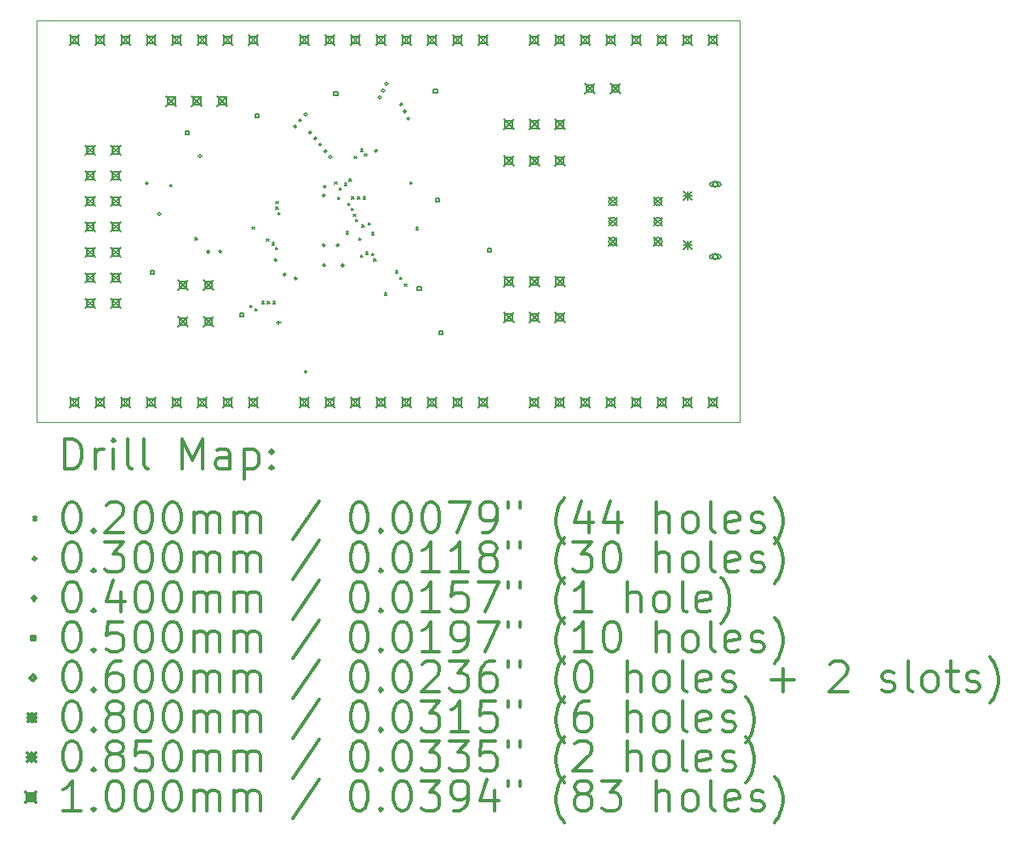
<source format=gbr>
%FSLAX45Y45*%
G04 Gerber Fmt 4.5, Leading zero omitted, Abs format (unit mm)*
G04 Created by KiCad (PCBNEW (5.1.10)-1) date 2021-08-01 20:36:29*
%MOMM*%
%LPD*%
G01*
G04 APERTURE LIST*
%TA.AperFunction,Profile*%
%ADD10C,0.050000*%
%TD*%
%ADD11C,0.200000*%
%ADD12C,0.300000*%
G04 APERTURE END LIST*
D10*
X17800000Y-8300000D02*
X10800000Y-8300000D01*
X17800000Y-12300000D02*
X17800000Y-8300000D01*
X10800000Y-12300000D02*
X17800000Y-12300000D01*
X10800000Y-8300000D02*
X10800000Y-12300000D01*
D11*
X12130000Y-9935000D02*
X12150000Y-9955000D01*
X12150000Y-9935000D02*
X12130000Y-9955000D01*
X12380000Y-10465000D02*
X12400000Y-10485000D01*
X12400000Y-10465000D02*
X12380000Y-10485000D01*
X12930000Y-11140000D02*
X12950000Y-11160000D01*
X12950000Y-11140000D02*
X12930000Y-11160000D01*
X12950000Y-10360000D02*
X12970000Y-10380000D01*
X12970000Y-10360000D02*
X12950000Y-10380000D01*
X12980000Y-11170000D02*
X13000000Y-11190000D01*
X13000000Y-11170000D02*
X12980000Y-11190000D01*
X13044999Y-11100000D02*
X13064999Y-11120000D01*
X13064999Y-11100000D02*
X13044999Y-11120000D01*
X13091608Y-10479955D02*
X13111608Y-10499955D01*
X13111608Y-10479955D02*
X13091608Y-10499955D01*
X13100000Y-11100000D02*
X13120000Y-11120000D01*
X13120000Y-11100000D02*
X13100000Y-11120000D01*
X13145000Y-10517300D02*
X13165000Y-10537300D01*
X13165000Y-10517300D02*
X13145000Y-10537300D01*
X13155000Y-11100000D02*
X13175000Y-11120000D01*
X13175000Y-11100000D02*
X13155000Y-11120000D01*
X13182383Y-10562300D02*
X13202383Y-10582300D01*
X13202383Y-10562300D02*
X13182383Y-10582300D01*
X13185000Y-10105000D02*
X13205000Y-10125000D01*
X13205000Y-10105000D02*
X13185000Y-10125000D01*
X13185000Y-10160000D02*
X13205000Y-10180000D01*
X13205000Y-10160000D02*
X13185000Y-10180000D01*
X13205000Y-10215000D02*
X13225000Y-10235000D01*
X13225000Y-10215000D02*
X13205000Y-10235000D01*
X13770000Y-9910000D02*
X13790000Y-9930000D01*
X13790000Y-9910000D02*
X13770000Y-9930000D01*
X13800000Y-10065000D02*
X13820000Y-10085000D01*
X13820000Y-10065000D02*
X13800000Y-10085000D01*
X13815000Y-9970000D02*
X13835000Y-9990000D01*
X13835000Y-9970000D02*
X13815000Y-9990000D01*
X13865000Y-9925000D02*
X13885000Y-9945000D01*
X13885000Y-9925000D02*
X13865000Y-9945000D01*
X13885000Y-10405000D02*
X13905000Y-10425000D01*
X13905000Y-10405000D02*
X13885000Y-10425000D01*
X13900000Y-10120000D02*
X13920000Y-10140000D01*
X13920000Y-10120000D02*
X13900000Y-10140000D01*
X13915000Y-9880000D02*
X13935000Y-9900000D01*
X13935000Y-9880000D02*
X13915000Y-9900000D01*
X13935000Y-10175000D02*
X13955000Y-10195000D01*
X13955000Y-10175000D02*
X13935000Y-10195000D01*
X13940000Y-10060000D02*
X13960000Y-10080000D01*
X13960000Y-10060000D02*
X13940000Y-10080000D01*
X13955000Y-10235000D02*
X13975000Y-10255000D01*
X13975000Y-10235000D02*
X13955000Y-10255000D01*
X13965000Y-9655000D02*
X13985000Y-9675000D01*
X13985000Y-9655000D02*
X13965000Y-9675000D01*
X13980000Y-10285000D02*
X14000000Y-10305000D01*
X14000000Y-10285000D02*
X13980000Y-10305000D01*
X14000000Y-10060000D02*
X14020000Y-10080000D01*
X14020000Y-10060000D02*
X14000000Y-10080000D01*
X14010000Y-10470000D02*
X14030000Y-10490000D01*
X14030000Y-10470000D02*
X14010000Y-10490000D01*
X14030000Y-9585000D02*
X14050000Y-9605000D01*
X14050000Y-9585000D02*
X14030000Y-9605000D01*
X14030000Y-10640000D02*
X14050000Y-10660000D01*
X14050000Y-10640000D02*
X14030000Y-10660000D01*
X14040000Y-10340000D02*
X14060000Y-10360000D01*
X14060000Y-10340000D02*
X14040000Y-10360000D01*
X14055000Y-10060000D02*
X14075000Y-10080000D01*
X14075000Y-10060000D02*
X14055000Y-10080000D01*
X14065000Y-9630000D02*
X14085000Y-9650000D01*
X14085000Y-9630000D02*
X14065000Y-9650000D01*
X14080000Y-10610000D02*
X14100000Y-10630000D01*
X14100000Y-10610000D02*
X14080000Y-10630000D01*
X14105000Y-10315000D02*
X14125000Y-10335000D01*
X14125000Y-10315000D02*
X14105000Y-10335000D01*
X14140000Y-10415000D02*
X14160000Y-10435000D01*
X14160000Y-10415000D02*
X14140000Y-10435000D01*
X14140000Y-10620000D02*
X14160000Y-10640000D01*
X14160000Y-10620000D02*
X14140000Y-10640000D01*
X14160000Y-10676439D02*
X14180000Y-10696439D01*
X14180000Y-10676439D02*
X14160000Y-10696439D01*
X14265000Y-11015000D02*
X14285000Y-11035000D01*
X14285000Y-11015000D02*
X14265000Y-11035000D01*
X14375000Y-10795000D02*
X14395000Y-10815000D01*
X14395000Y-10795000D02*
X14375000Y-10815000D01*
X14420000Y-10860000D02*
X14440000Y-10880000D01*
X14440000Y-10860000D02*
X14420000Y-10880000D01*
X14465000Y-10925000D02*
X14485000Y-10945000D01*
X14485000Y-10925000D02*
X14465000Y-10945000D01*
X14520000Y-9910000D02*
X14540000Y-9930000D01*
X14540000Y-9910000D02*
X14520000Y-9930000D01*
X14580000Y-10365000D02*
X14600000Y-10385000D01*
X14600000Y-10365000D02*
X14580000Y-10385000D01*
X11915000Y-9925000D02*
G75*
G03*
X11915000Y-9925000I-15000J0D01*
G01*
X12040000Y-10230000D02*
G75*
G03*
X12040000Y-10230000I-15000J0D01*
G01*
X12445000Y-9655000D02*
G75*
G03*
X12445000Y-9655000I-15000J0D01*
G01*
X12525000Y-10605000D02*
G75*
G03*
X12525000Y-10605000I-15000J0D01*
G01*
X12645000Y-10605000D02*
G75*
G03*
X12645000Y-10605000I-15000J0D01*
G01*
X13195000Y-10690000D02*
G75*
G03*
X13195000Y-10690000I-15000J0D01*
G01*
X13285000Y-10835000D02*
G75*
G03*
X13285000Y-10835000I-15000J0D01*
G01*
X13390000Y-9360000D02*
G75*
G03*
X13390000Y-9360000I-15000J0D01*
G01*
X13395000Y-10870000D02*
G75*
G03*
X13395000Y-10870000I-15000J0D01*
G01*
X13440000Y-9300000D02*
G75*
G03*
X13440000Y-9300000I-15000J0D01*
G01*
X13495000Y-9240000D02*
G75*
G03*
X13495000Y-9240000I-15000J0D01*
G01*
X13495000Y-11800000D02*
G75*
G03*
X13495000Y-11800000I-15000J0D01*
G01*
X13540000Y-9420000D02*
G75*
G03*
X13540000Y-9420000I-15000J0D01*
G01*
X13590000Y-9480000D02*
G75*
G03*
X13590000Y-9480000I-15000J0D01*
G01*
X13640000Y-9540000D02*
G75*
G03*
X13640000Y-9540000I-15000J0D01*
G01*
X13675000Y-10045000D02*
G75*
G03*
X13675000Y-10045000I-15000J0D01*
G01*
X13675000Y-10540000D02*
G75*
G03*
X13675000Y-10540000I-15000J0D01*
G01*
X13680000Y-10740000D02*
G75*
G03*
X13680000Y-10740000I-15000J0D01*
G01*
X13685000Y-9960000D02*
G75*
G03*
X13685000Y-9960000I-15000J0D01*
G01*
X13690000Y-9605000D02*
G75*
G03*
X13690000Y-9605000I-15000J0D01*
G01*
X13740000Y-9665000D02*
G75*
G03*
X13740000Y-9665000I-15000J0D01*
G01*
X13815000Y-10540000D02*
G75*
G03*
X13815000Y-10540000I-15000J0D01*
G01*
X13862000Y-10741000D02*
G75*
G03*
X13862000Y-10741000I-15000J0D01*
G01*
X14195000Y-9600000D02*
G75*
G03*
X14195000Y-9600000I-15000J0D01*
G01*
X14230001Y-9070062D02*
G75*
G03*
X14230001Y-9070062I-15000J0D01*
G01*
X14265002Y-9002082D02*
G75*
G03*
X14265002Y-9002082I-15000J0D01*
G01*
X14300000Y-8935000D02*
G75*
G03*
X14300000Y-8935000I-15000J0D01*
G01*
X14445004Y-9140000D02*
G75*
G03*
X14445004Y-9140000I-15000J0D01*
G01*
X14480005Y-9210632D02*
G75*
G03*
X14480005Y-9210632I-15000J0D01*
G01*
X14515006Y-9281023D02*
G75*
G03*
X14515006Y-9281023I-15000J0D01*
G01*
X13210000Y-11290000D02*
X13210000Y-11330000D01*
X13190000Y-11310000D02*
X13230000Y-11310000D01*
X11972678Y-10827678D02*
X11972678Y-10792322D01*
X11937322Y-10792322D01*
X11937322Y-10827678D01*
X11972678Y-10827678D01*
X12317678Y-9437678D02*
X12317678Y-9402322D01*
X12282322Y-9402322D01*
X12282322Y-9437678D01*
X12317678Y-9437678D01*
X12862678Y-11247678D02*
X12862678Y-11212322D01*
X12827322Y-11212322D01*
X12827322Y-11247678D01*
X12862678Y-11247678D01*
X13017678Y-9272678D02*
X13017678Y-9237322D01*
X12982322Y-9237322D01*
X12982322Y-9272678D01*
X13017678Y-9272678D01*
X13797678Y-9047678D02*
X13797678Y-9012322D01*
X13762322Y-9012322D01*
X13762322Y-9047678D01*
X13797678Y-9047678D01*
X14627678Y-10985178D02*
X14627678Y-10949822D01*
X14592322Y-10949822D01*
X14592322Y-10985178D01*
X14627678Y-10985178D01*
X14787678Y-9022678D02*
X14787678Y-8987322D01*
X14752322Y-8987322D01*
X14752322Y-9022678D01*
X14787678Y-9022678D01*
X14806678Y-10107678D02*
X14806678Y-10072322D01*
X14771322Y-10072322D01*
X14771322Y-10107678D01*
X14806678Y-10107678D01*
X14842678Y-11427678D02*
X14842678Y-11392322D01*
X14807322Y-11392322D01*
X14807322Y-11427678D01*
X14842678Y-11427678D01*
X15322678Y-10607678D02*
X15322678Y-10572322D01*
X15287322Y-10572322D01*
X15287322Y-10607678D01*
X15322678Y-10607678D01*
X17554750Y-9965000D02*
X17584750Y-9935000D01*
X17554750Y-9905000D01*
X17524750Y-9935000D01*
X17554750Y-9965000D01*
X17519750Y-9955000D02*
X17589750Y-9955000D01*
X17519750Y-9915000D02*
X17589750Y-9915000D01*
X17589750Y-9955000D02*
G75*
G03*
X17589750Y-9915000I0J20000D01*
G01*
X17519750Y-9915000D02*
G75*
G03*
X17519750Y-9955000I0J-20000D01*
G01*
X17554750Y-10685000D02*
X17584750Y-10655000D01*
X17554750Y-10625000D01*
X17524750Y-10655000D01*
X17554750Y-10685000D01*
X17589750Y-10635000D02*
X17519750Y-10635000D01*
X17589750Y-10675000D02*
X17519750Y-10675000D01*
X17519750Y-10635000D02*
G75*
G03*
X17519750Y-10675000I0J-20000D01*
G01*
X17589750Y-10675000D02*
G75*
G03*
X17589750Y-10635000I0J20000D01*
G01*
X16495000Y-10065000D02*
X16575000Y-10145000D01*
X16575000Y-10065000D02*
X16495000Y-10145000D01*
X16575000Y-10105000D02*
G75*
G03*
X16575000Y-10105000I-40000J0D01*
G01*
X16495000Y-10265000D02*
X16575000Y-10345000D01*
X16575000Y-10265000D02*
X16495000Y-10345000D01*
X16575000Y-10305000D02*
G75*
G03*
X16575000Y-10305000I-40000J0D01*
G01*
X16495000Y-10465000D02*
X16575000Y-10545000D01*
X16575000Y-10465000D02*
X16495000Y-10545000D01*
X16575000Y-10505000D02*
G75*
G03*
X16575000Y-10505000I-40000J0D01*
G01*
X16945000Y-10065000D02*
X17025000Y-10145000D01*
X17025000Y-10065000D02*
X16945000Y-10145000D01*
X17025000Y-10105000D02*
G75*
G03*
X17025000Y-10105000I-40000J0D01*
G01*
X16945000Y-10265000D02*
X17025000Y-10345000D01*
X17025000Y-10265000D02*
X16945000Y-10345000D01*
X17025000Y-10305000D02*
G75*
G03*
X17025000Y-10305000I-40000J0D01*
G01*
X16945000Y-10465000D02*
X17025000Y-10545000D01*
X17025000Y-10465000D02*
X16945000Y-10545000D01*
X17025000Y-10505000D02*
G75*
G03*
X17025000Y-10505000I-40000J0D01*
G01*
X17242250Y-10007500D02*
X17327250Y-10092500D01*
X17327250Y-10007500D02*
X17242250Y-10092500D01*
X17284750Y-10007500D02*
X17284750Y-10092500D01*
X17242250Y-10050000D02*
X17327250Y-10050000D01*
X17242250Y-10497500D02*
X17327250Y-10582500D01*
X17327250Y-10497500D02*
X17242250Y-10582500D01*
X17284750Y-10497500D02*
X17284750Y-10582500D01*
X17242250Y-10540000D02*
X17327250Y-10540000D01*
X11131000Y-8448500D02*
X11231000Y-8548500D01*
X11231000Y-8448500D02*
X11131000Y-8548500D01*
X11216356Y-8533856D02*
X11216356Y-8463144D01*
X11145644Y-8463144D01*
X11145644Y-8533856D01*
X11216356Y-8533856D01*
X11131000Y-12055300D02*
X11231000Y-12155300D01*
X11231000Y-12055300D02*
X11131000Y-12155300D01*
X11216356Y-12140656D02*
X11216356Y-12069944D01*
X11145644Y-12069944D01*
X11145644Y-12140656D01*
X11216356Y-12140656D01*
X11290000Y-9545000D02*
X11390000Y-9645000D01*
X11390000Y-9545000D02*
X11290000Y-9645000D01*
X11375356Y-9630356D02*
X11375356Y-9559644D01*
X11304644Y-9559644D01*
X11304644Y-9630356D01*
X11375356Y-9630356D01*
X11290000Y-9799000D02*
X11390000Y-9899000D01*
X11390000Y-9799000D02*
X11290000Y-9899000D01*
X11375356Y-9884356D02*
X11375356Y-9813644D01*
X11304644Y-9813644D01*
X11304644Y-9884356D01*
X11375356Y-9884356D01*
X11290000Y-10053000D02*
X11390000Y-10153000D01*
X11390000Y-10053000D02*
X11290000Y-10153000D01*
X11375356Y-10138356D02*
X11375356Y-10067644D01*
X11304644Y-10067644D01*
X11304644Y-10138356D01*
X11375356Y-10138356D01*
X11290000Y-10307000D02*
X11390000Y-10407000D01*
X11390000Y-10307000D02*
X11290000Y-10407000D01*
X11375356Y-10392356D02*
X11375356Y-10321644D01*
X11304644Y-10321644D01*
X11304644Y-10392356D01*
X11375356Y-10392356D01*
X11290000Y-10561000D02*
X11390000Y-10661000D01*
X11390000Y-10561000D02*
X11290000Y-10661000D01*
X11375356Y-10646356D02*
X11375356Y-10575644D01*
X11304644Y-10575644D01*
X11304644Y-10646356D01*
X11375356Y-10646356D01*
X11290000Y-10815000D02*
X11390000Y-10915000D01*
X11390000Y-10815000D02*
X11290000Y-10915000D01*
X11375356Y-10900356D02*
X11375356Y-10829644D01*
X11304644Y-10829644D01*
X11304644Y-10900356D01*
X11375356Y-10900356D01*
X11290000Y-11069000D02*
X11390000Y-11169000D01*
X11390000Y-11069000D02*
X11290000Y-11169000D01*
X11375356Y-11154356D02*
X11375356Y-11083644D01*
X11304644Y-11083644D01*
X11304644Y-11154356D01*
X11375356Y-11154356D01*
X11385000Y-8448500D02*
X11485000Y-8548500D01*
X11485000Y-8448500D02*
X11385000Y-8548500D01*
X11470356Y-8533856D02*
X11470356Y-8463144D01*
X11399644Y-8463144D01*
X11399644Y-8533856D01*
X11470356Y-8533856D01*
X11385000Y-12055300D02*
X11485000Y-12155300D01*
X11485000Y-12055300D02*
X11385000Y-12155300D01*
X11470356Y-12140656D02*
X11470356Y-12069944D01*
X11399644Y-12069944D01*
X11399644Y-12140656D01*
X11470356Y-12140656D01*
X11544000Y-9545000D02*
X11644000Y-9645000D01*
X11644000Y-9545000D02*
X11544000Y-9645000D01*
X11629356Y-9630356D02*
X11629356Y-9559644D01*
X11558644Y-9559644D01*
X11558644Y-9630356D01*
X11629356Y-9630356D01*
X11544000Y-9799000D02*
X11644000Y-9899000D01*
X11644000Y-9799000D02*
X11544000Y-9899000D01*
X11629356Y-9884356D02*
X11629356Y-9813644D01*
X11558644Y-9813644D01*
X11558644Y-9884356D01*
X11629356Y-9884356D01*
X11544000Y-10053000D02*
X11644000Y-10153000D01*
X11644000Y-10053000D02*
X11544000Y-10153000D01*
X11629356Y-10138356D02*
X11629356Y-10067644D01*
X11558644Y-10067644D01*
X11558644Y-10138356D01*
X11629356Y-10138356D01*
X11544000Y-10307000D02*
X11644000Y-10407000D01*
X11644000Y-10307000D02*
X11544000Y-10407000D01*
X11629356Y-10392356D02*
X11629356Y-10321644D01*
X11558644Y-10321644D01*
X11558644Y-10392356D01*
X11629356Y-10392356D01*
X11544000Y-10561000D02*
X11644000Y-10661000D01*
X11644000Y-10561000D02*
X11544000Y-10661000D01*
X11629356Y-10646356D02*
X11629356Y-10575644D01*
X11558644Y-10575644D01*
X11558644Y-10646356D01*
X11629356Y-10646356D01*
X11544000Y-10815000D02*
X11644000Y-10915000D01*
X11644000Y-10815000D02*
X11544000Y-10915000D01*
X11629356Y-10900356D02*
X11629356Y-10829644D01*
X11558644Y-10829644D01*
X11558644Y-10900356D01*
X11629356Y-10900356D01*
X11544000Y-11069000D02*
X11644000Y-11169000D01*
X11644000Y-11069000D02*
X11544000Y-11169000D01*
X11629356Y-11154356D02*
X11629356Y-11083644D01*
X11558644Y-11083644D01*
X11558644Y-11154356D01*
X11629356Y-11154356D01*
X11639000Y-8448500D02*
X11739000Y-8548500D01*
X11739000Y-8448500D02*
X11639000Y-8548500D01*
X11724356Y-8533856D02*
X11724356Y-8463144D01*
X11653644Y-8463144D01*
X11653644Y-8533856D01*
X11724356Y-8533856D01*
X11639000Y-12055300D02*
X11739000Y-12155300D01*
X11739000Y-12055300D02*
X11639000Y-12155300D01*
X11724356Y-12140656D02*
X11724356Y-12069944D01*
X11653644Y-12069944D01*
X11653644Y-12140656D01*
X11724356Y-12140656D01*
X11893000Y-8448500D02*
X11993000Y-8548500D01*
X11993000Y-8448500D02*
X11893000Y-8548500D01*
X11978356Y-8533856D02*
X11978356Y-8463144D01*
X11907644Y-8463144D01*
X11907644Y-8533856D01*
X11978356Y-8533856D01*
X11893000Y-12055300D02*
X11993000Y-12155300D01*
X11993000Y-12055300D02*
X11893000Y-12155300D01*
X11978356Y-12140656D02*
X11978356Y-12069944D01*
X11907644Y-12069944D01*
X11907644Y-12140656D01*
X11978356Y-12140656D01*
X12095000Y-9055000D02*
X12195000Y-9155000D01*
X12195000Y-9055000D02*
X12095000Y-9155000D01*
X12180356Y-9140356D02*
X12180356Y-9069644D01*
X12109644Y-9069644D01*
X12109644Y-9140356D01*
X12180356Y-9140356D01*
X12147000Y-8448500D02*
X12247000Y-8548500D01*
X12247000Y-8448500D02*
X12147000Y-8548500D01*
X12232356Y-8533856D02*
X12232356Y-8463144D01*
X12161644Y-8463144D01*
X12161644Y-8533856D01*
X12232356Y-8533856D01*
X12147000Y-12055300D02*
X12247000Y-12155300D01*
X12247000Y-12055300D02*
X12147000Y-12155300D01*
X12232356Y-12140656D02*
X12232356Y-12069944D01*
X12161644Y-12069944D01*
X12161644Y-12140656D01*
X12232356Y-12140656D01*
X12210000Y-10885000D02*
X12310000Y-10985000D01*
X12310000Y-10885000D02*
X12210000Y-10985000D01*
X12295356Y-10970356D02*
X12295356Y-10899644D01*
X12224644Y-10899644D01*
X12224644Y-10970356D01*
X12295356Y-10970356D01*
X12210000Y-11250000D02*
X12310000Y-11350000D01*
X12310000Y-11250000D02*
X12210000Y-11350000D01*
X12295356Y-11335356D02*
X12295356Y-11264644D01*
X12224644Y-11264644D01*
X12224644Y-11335356D01*
X12295356Y-11335356D01*
X12349000Y-9055000D02*
X12449000Y-9155000D01*
X12449000Y-9055000D02*
X12349000Y-9155000D01*
X12434356Y-9140356D02*
X12434356Y-9069644D01*
X12363644Y-9069644D01*
X12363644Y-9140356D01*
X12434356Y-9140356D01*
X12401000Y-8448500D02*
X12501000Y-8548500D01*
X12501000Y-8448500D02*
X12401000Y-8548500D01*
X12486356Y-8533856D02*
X12486356Y-8463144D01*
X12415644Y-8463144D01*
X12415644Y-8533856D01*
X12486356Y-8533856D01*
X12401000Y-12055300D02*
X12501000Y-12155300D01*
X12501000Y-12055300D02*
X12401000Y-12155300D01*
X12486356Y-12140656D02*
X12486356Y-12069944D01*
X12415644Y-12069944D01*
X12415644Y-12140656D01*
X12486356Y-12140656D01*
X12464000Y-10885000D02*
X12564000Y-10985000D01*
X12564000Y-10885000D02*
X12464000Y-10985000D01*
X12549356Y-10970356D02*
X12549356Y-10899644D01*
X12478644Y-10899644D01*
X12478644Y-10970356D01*
X12549356Y-10970356D01*
X12464000Y-11250000D02*
X12564000Y-11350000D01*
X12564000Y-11250000D02*
X12464000Y-11350000D01*
X12549356Y-11335356D02*
X12549356Y-11264644D01*
X12478644Y-11264644D01*
X12478644Y-11335356D01*
X12549356Y-11335356D01*
X12603000Y-9055000D02*
X12703000Y-9155000D01*
X12703000Y-9055000D02*
X12603000Y-9155000D01*
X12688356Y-9140356D02*
X12688356Y-9069644D01*
X12617644Y-9069644D01*
X12617644Y-9140356D01*
X12688356Y-9140356D01*
X12655000Y-8448500D02*
X12755000Y-8548500D01*
X12755000Y-8448500D02*
X12655000Y-8548500D01*
X12740356Y-8533856D02*
X12740356Y-8463144D01*
X12669644Y-8463144D01*
X12669644Y-8533856D01*
X12740356Y-8533856D01*
X12655000Y-12055300D02*
X12755000Y-12155300D01*
X12755000Y-12055300D02*
X12655000Y-12155300D01*
X12740356Y-12140656D02*
X12740356Y-12069944D01*
X12669644Y-12069944D01*
X12669644Y-12140656D01*
X12740356Y-12140656D01*
X12909000Y-8448500D02*
X13009000Y-8548500D01*
X13009000Y-8448500D02*
X12909000Y-8548500D01*
X12994356Y-8533856D02*
X12994356Y-8463144D01*
X12923644Y-8463144D01*
X12923644Y-8533856D01*
X12994356Y-8533856D01*
X12909000Y-12055300D02*
X13009000Y-12155300D01*
X13009000Y-12055300D02*
X12909000Y-12155300D01*
X12994356Y-12140656D02*
X12994356Y-12069944D01*
X12923644Y-12069944D01*
X12923644Y-12140656D01*
X12994356Y-12140656D01*
X13417000Y-8448500D02*
X13517000Y-8548500D01*
X13517000Y-8448500D02*
X13417000Y-8548500D01*
X13502356Y-8533856D02*
X13502356Y-8463144D01*
X13431644Y-8463144D01*
X13431644Y-8533856D01*
X13502356Y-8533856D01*
X13417000Y-12055300D02*
X13517000Y-12155300D01*
X13517000Y-12055300D02*
X13417000Y-12155300D01*
X13502356Y-12140656D02*
X13502356Y-12069944D01*
X13431644Y-12069944D01*
X13431644Y-12140656D01*
X13502356Y-12140656D01*
X13671000Y-8448500D02*
X13771000Y-8548500D01*
X13771000Y-8448500D02*
X13671000Y-8548500D01*
X13756356Y-8533856D02*
X13756356Y-8463144D01*
X13685644Y-8463144D01*
X13685644Y-8533856D01*
X13756356Y-8533856D01*
X13671000Y-12055300D02*
X13771000Y-12155300D01*
X13771000Y-12055300D02*
X13671000Y-12155300D01*
X13756356Y-12140656D02*
X13756356Y-12069944D01*
X13685644Y-12069944D01*
X13685644Y-12140656D01*
X13756356Y-12140656D01*
X13925000Y-8448500D02*
X14025000Y-8548500D01*
X14025000Y-8448500D02*
X13925000Y-8548500D01*
X14010356Y-8533856D02*
X14010356Y-8463144D01*
X13939644Y-8463144D01*
X13939644Y-8533856D01*
X14010356Y-8533856D01*
X13925000Y-12055300D02*
X14025000Y-12155300D01*
X14025000Y-12055300D02*
X13925000Y-12155300D01*
X14010356Y-12140656D02*
X14010356Y-12069944D01*
X13939644Y-12069944D01*
X13939644Y-12140656D01*
X14010356Y-12140656D01*
X14179000Y-8448500D02*
X14279000Y-8548500D01*
X14279000Y-8448500D02*
X14179000Y-8548500D01*
X14264356Y-8533856D02*
X14264356Y-8463144D01*
X14193644Y-8463144D01*
X14193644Y-8533856D01*
X14264356Y-8533856D01*
X14179000Y-12055300D02*
X14279000Y-12155300D01*
X14279000Y-12055300D02*
X14179000Y-12155300D01*
X14264356Y-12140656D02*
X14264356Y-12069944D01*
X14193644Y-12069944D01*
X14193644Y-12140656D01*
X14264356Y-12140656D01*
X14433000Y-8448500D02*
X14533000Y-8548500D01*
X14533000Y-8448500D02*
X14433000Y-8548500D01*
X14518356Y-8533856D02*
X14518356Y-8463144D01*
X14447644Y-8463144D01*
X14447644Y-8533856D01*
X14518356Y-8533856D01*
X14433000Y-12055300D02*
X14533000Y-12155300D01*
X14533000Y-12055300D02*
X14433000Y-12155300D01*
X14518356Y-12140656D02*
X14518356Y-12069944D01*
X14447644Y-12069944D01*
X14447644Y-12140656D01*
X14518356Y-12140656D01*
X14687000Y-8448500D02*
X14787000Y-8548500D01*
X14787000Y-8448500D02*
X14687000Y-8548500D01*
X14772356Y-8533856D02*
X14772356Y-8463144D01*
X14701644Y-8463144D01*
X14701644Y-8533856D01*
X14772356Y-8533856D01*
X14687000Y-12055300D02*
X14787000Y-12155300D01*
X14787000Y-12055300D02*
X14687000Y-12155300D01*
X14772356Y-12140656D02*
X14772356Y-12069944D01*
X14701644Y-12069944D01*
X14701644Y-12140656D01*
X14772356Y-12140656D01*
X14941000Y-8448500D02*
X15041000Y-8548500D01*
X15041000Y-8448500D02*
X14941000Y-8548500D01*
X15026356Y-8533856D02*
X15026356Y-8463144D01*
X14955644Y-8463144D01*
X14955644Y-8533856D01*
X15026356Y-8533856D01*
X14941000Y-12055300D02*
X15041000Y-12155300D01*
X15041000Y-12055300D02*
X14941000Y-12155300D01*
X15026356Y-12140656D02*
X15026356Y-12069944D01*
X14955644Y-12069944D01*
X14955644Y-12140656D01*
X15026356Y-12140656D01*
X15195000Y-8448500D02*
X15295000Y-8548500D01*
X15295000Y-8448500D02*
X15195000Y-8548500D01*
X15280356Y-8533856D02*
X15280356Y-8463144D01*
X15209644Y-8463144D01*
X15209644Y-8533856D01*
X15280356Y-8533856D01*
X15195000Y-12055300D02*
X15295000Y-12155300D01*
X15295000Y-12055300D02*
X15195000Y-12155300D01*
X15280356Y-12140656D02*
X15280356Y-12069944D01*
X15209644Y-12069944D01*
X15209644Y-12140656D01*
X15280356Y-12140656D01*
X15450000Y-9290000D02*
X15550000Y-9390000D01*
X15550000Y-9290000D02*
X15450000Y-9390000D01*
X15535356Y-9375356D02*
X15535356Y-9304644D01*
X15464644Y-9304644D01*
X15464644Y-9375356D01*
X15535356Y-9375356D01*
X15450000Y-9650000D02*
X15550000Y-9750000D01*
X15550000Y-9650000D02*
X15450000Y-9750000D01*
X15535356Y-9735356D02*
X15535356Y-9664644D01*
X15464644Y-9664644D01*
X15464644Y-9735356D01*
X15535356Y-9735356D01*
X15450000Y-10850000D02*
X15550000Y-10950000D01*
X15550000Y-10850000D02*
X15450000Y-10950000D01*
X15535356Y-10935356D02*
X15535356Y-10864644D01*
X15464644Y-10864644D01*
X15464644Y-10935356D01*
X15535356Y-10935356D01*
X15450000Y-11210000D02*
X15550000Y-11310000D01*
X15550000Y-11210000D02*
X15450000Y-11310000D01*
X15535356Y-11295356D02*
X15535356Y-11224644D01*
X15464644Y-11224644D01*
X15464644Y-11295356D01*
X15535356Y-11295356D01*
X15703000Y-8448500D02*
X15803000Y-8548500D01*
X15803000Y-8448500D02*
X15703000Y-8548500D01*
X15788356Y-8533856D02*
X15788356Y-8463144D01*
X15717644Y-8463144D01*
X15717644Y-8533856D01*
X15788356Y-8533856D01*
X15703000Y-12055300D02*
X15803000Y-12155300D01*
X15803000Y-12055300D02*
X15703000Y-12155300D01*
X15788356Y-12140656D02*
X15788356Y-12069944D01*
X15717644Y-12069944D01*
X15717644Y-12140656D01*
X15788356Y-12140656D01*
X15704000Y-9290000D02*
X15804000Y-9390000D01*
X15804000Y-9290000D02*
X15704000Y-9390000D01*
X15789356Y-9375356D02*
X15789356Y-9304644D01*
X15718644Y-9304644D01*
X15718644Y-9375356D01*
X15789356Y-9375356D01*
X15704000Y-9650000D02*
X15804000Y-9750000D01*
X15804000Y-9650000D02*
X15704000Y-9750000D01*
X15789356Y-9735356D02*
X15789356Y-9664644D01*
X15718644Y-9664644D01*
X15718644Y-9735356D01*
X15789356Y-9735356D01*
X15704000Y-10850000D02*
X15804000Y-10950000D01*
X15804000Y-10850000D02*
X15704000Y-10950000D01*
X15789356Y-10935356D02*
X15789356Y-10864644D01*
X15718644Y-10864644D01*
X15718644Y-10935356D01*
X15789356Y-10935356D01*
X15704000Y-11210000D02*
X15804000Y-11310000D01*
X15804000Y-11210000D02*
X15704000Y-11310000D01*
X15789356Y-11295356D02*
X15789356Y-11224644D01*
X15718644Y-11224644D01*
X15718644Y-11295356D01*
X15789356Y-11295356D01*
X15957000Y-8448500D02*
X16057000Y-8548500D01*
X16057000Y-8448500D02*
X15957000Y-8548500D01*
X16042356Y-8533856D02*
X16042356Y-8463144D01*
X15971644Y-8463144D01*
X15971644Y-8533856D01*
X16042356Y-8533856D01*
X15957000Y-12055300D02*
X16057000Y-12155300D01*
X16057000Y-12055300D02*
X15957000Y-12155300D01*
X16042356Y-12140656D02*
X16042356Y-12069944D01*
X15971644Y-12069944D01*
X15971644Y-12140656D01*
X16042356Y-12140656D01*
X15958000Y-9290000D02*
X16058000Y-9390000D01*
X16058000Y-9290000D02*
X15958000Y-9390000D01*
X16043356Y-9375356D02*
X16043356Y-9304644D01*
X15972644Y-9304644D01*
X15972644Y-9375356D01*
X16043356Y-9375356D01*
X15958000Y-9650000D02*
X16058000Y-9750000D01*
X16058000Y-9650000D02*
X15958000Y-9750000D01*
X16043356Y-9735356D02*
X16043356Y-9664644D01*
X15972644Y-9664644D01*
X15972644Y-9735356D01*
X16043356Y-9735356D01*
X15958000Y-10850000D02*
X16058000Y-10950000D01*
X16058000Y-10850000D02*
X15958000Y-10950000D01*
X16043356Y-10935356D02*
X16043356Y-10864644D01*
X15972644Y-10864644D01*
X15972644Y-10935356D01*
X16043356Y-10935356D01*
X15958000Y-11210000D02*
X16058000Y-11310000D01*
X16058000Y-11210000D02*
X15958000Y-11310000D01*
X16043356Y-11295356D02*
X16043356Y-11224644D01*
X15972644Y-11224644D01*
X15972644Y-11295356D01*
X16043356Y-11295356D01*
X16211000Y-8448500D02*
X16311000Y-8548500D01*
X16311000Y-8448500D02*
X16211000Y-8548500D01*
X16296356Y-8533856D02*
X16296356Y-8463144D01*
X16225644Y-8463144D01*
X16225644Y-8533856D01*
X16296356Y-8533856D01*
X16211000Y-12055300D02*
X16311000Y-12155300D01*
X16311000Y-12055300D02*
X16211000Y-12155300D01*
X16296356Y-12140656D02*
X16296356Y-12069944D01*
X16225644Y-12069944D01*
X16225644Y-12140656D01*
X16296356Y-12140656D01*
X16256000Y-8930000D02*
X16356000Y-9030000D01*
X16356000Y-8930000D02*
X16256000Y-9030000D01*
X16341356Y-9015356D02*
X16341356Y-8944644D01*
X16270644Y-8944644D01*
X16270644Y-9015356D01*
X16341356Y-9015356D01*
X16465000Y-8448500D02*
X16565000Y-8548500D01*
X16565000Y-8448500D02*
X16465000Y-8548500D01*
X16550356Y-8533856D02*
X16550356Y-8463144D01*
X16479644Y-8463144D01*
X16479644Y-8533856D01*
X16550356Y-8533856D01*
X16465000Y-12055300D02*
X16565000Y-12155300D01*
X16565000Y-12055300D02*
X16465000Y-12155300D01*
X16550356Y-12140656D02*
X16550356Y-12069944D01*
X16479644Y-12069944D01*
X16479644Y-12140656D01*
X16550356Y-12140656D01*
X16510000Y-8930000D02*
X16610000Y-9030000D01*
X16610000Y-8930000D02*
X16510000Y-9030000D01*
X16595356Y-9015356D02*
X16595356Y-8944644D01*
X16524644Y-8944644D01*
X16524644Y-9015356D01*
X16595356Y-9015356D01*
X16719000Y-8448500D02*
X16819000Y-8548500D01*
X16819000Y-8448500D02*
X16719000Y-8548500D01*
X16804356Y-8533856D02*
X16804356Y-8463144D01*
X16733644Y-8463144D01*
X16733644Y-8533856D01*
X16804356Y-8533856D01*
X16719000Y-12055300D02*
X16819000Y-12155300D01*
X16819000Y-12055300D02*
X16719000Y-12155300D01*
X16804356Y-12140656D02*
X16804356Y-12069944D01*
X16733644Y-12069944D01*
X16733644Y-12140656D01*
X16804356Y-12140656D01*
X16973000Y-8448500D02*
X17073000Y-8548500D01*
X17073000Y-8448500D02*
X16973000Y-8548500D01*
X17058356Y-8533856D02*
X17058356Y-8463144D01*
X16987644Y-8463144D01*
X16987644Y-8533856D01*
X17058356Y-8533856D01*
X16973000Y-12055300D02*
X17073000Y-12155300D01*
X17073000Y-12055300D02*
X16973000Y-12155300D01*
X17058356Y-12140656D02*
X17058356Y-12069944D01*
X16987644Y-12069944D01*
X16987644Y-12140656D01*
X17058356Y-12140656D01*
X17227000Y-8448500D02*
X17327000Y-8548500D01*
X17327000Y-8448500D02*
X17227000Y-8548500D01*
X17312356Y-8533856D02*
X17312356Y-8463144D01*
X17241644Y-8463144D01*
X17241644Y-8533856D01*
X17312356Y-8533856D01*
X17227000Y-12055300D02*
X17327000Y-12155300D01*
X17327000Y-12055300D02*
X17227000Y-12155300D01*
X17312356Y-12140656D02*
X17312356Y-12069944D01*
X17241644Y-12069944D01*
X17241644Y-12140656D01*
X17312356Y-12140656D01*
X17481000Y-8448500D02*
X17581000Y-8548500D01*
X17581000Y-8448500D02*
X17481000Y-8548500D01*
X17566356Y-8533856D02*
X17566356Y-8463144D01*
X17495644Y-8463144D01*
X17495644Y-8533856D01*
X17566356Y-8533856D01*
X17481000Y-12055300D02*
X17581000Y-12155300D01*
X17581000Y-12055300D02*
X17481000Y-12155300D01*
X17566356Y-12140656D02*
X17566356Y-12069944D01*
X17495644Y-12069944D01*
X17495644Y-12140656D01*
X17566356Y-12140656D01*
D12*
X11083928Y-12768214D02*
X11083928Y-12468214D01*
X11155357Y-12468214D01*
X11198214Y-12482500D01*
X11226786Y-12511071D01*
X11241071Y-12539643D01*
X11255357Y-12596786D01*
X11255357Y-12639643D01*
X11241071Y-12696786D01*
X11226786Y-12725357D01*
X11198214Y-12753929D01*
X11155357Y-12768214D01*
X11083928Y-12768214D01*
X11383928Y-12768214D02*
X11383928Y-12568214D01*
X11383928Y-12625357D02*
X11398214Y-12596786D01*
X11412500Y-12582500D01*
X11441071Y-12568214D01*
X11469643Y-12568214D01*
X11569643Y-12768214D02*
X11569643Y-12568214D01*
X11569643Y-12468214D02*
X11555357Y-12482500D01*
X11569643Y-12496786D01*
X11583928Y-12482500D01*
X11569643Y-12468214D01*
X11569643Y-12496786D01*
X11755357Y-12768214D02*
X11726786Y-12753929D01*
X11712500Y-12725357D01*
X11712500Y-12468214D01*
X11912500Y-12768214D02*
X11883928Y-12753929D01*
X11869643Y-12725357D01*
X11869643Y-12468214D01*
X12255357Y-12768214D02*
X12255357Y-12468214D01*
X12355357Y-12682500D01*
X12455357Y-12468214D01*
X12455357Y-12768214D01*
X12726786Y-12768214D02*
X12726786Y-12611071D01*
X12712500Y-12582500D01*
X12683928Y-12568214D01*
X12626786Y-12568214D01*
X12598214Y-12582500D01*
X12726786Y-12753929D02*
X12698214Y-12768214D01*
X12626786Y-12768214D01*
X12598214Y-12753929D01*
X12583928Y-12725357D01*
X12583928Y-12696786D01*
X12598214Y-12668214D01*
X12626786Y-12653929D01*
X12698214Y-12653929D01*
X12726786Y-12639643D01*
X12869643Y-12568214D02*
X12869643Y-12868214D01*
X12869643Y-12582500D02*
X12898214Y-12568214D01*
X12955357Y-12568214D01*
X12983928Y-12582500D01*
X12998214Y-12596786D01*
X13012500Y-12625357D01*
X13012500Y-12711071D01*
X12998214Y-12739643D01*
X12983928Y-12753929D01*
X12955357Y-12768214D01*
X12898214Y-12768214D01*
X12869643Y-12753929D01*
X13141071Y-12739643D02*
X13155357Y-12753929D01*
X13141071Y-12768214D01*
X13126786Y-12753929D01*
X13141071Y-12739643D01*
X13141071Y-12768214D01*
X13141071Y-12582500D02*
X13155357Y-12596786D01*
X13141071Y-12611071D01*
X13126786Y-12596786D01*
X13141071Y-12582500D01*
X13141071Y-12611071D01*
X10777500Y-13252500D02*
X10797500Y-13272500D01*
X10797500Y-13252500D02*
X10777500Y-13272500D01*
X11141071Y-13098214D02*
X11169643Y-13098214D01*
X11198214Y-13112500D01*
X11212500Y-13126786D01*
X11226786Y-13155357D01*
X11241071Y-13212500D01*
X11241071Y-13283929D01*
X11226786Y-13341071D01*
X11212500Y-13369643D01*
X11198214Y-13383929D01*
X11169643Y-13398214D01*
X11141071Y-13398214D01*
X11112500Y-13383929D01*
X11098214Y-13369643D01*
X11083928Y-13341071D01*
X11069643Y-13283929D01*
X11069643Y-13212500D01*
X11083928Y-13155357D01*
X11098214Y-13126786D01*
X11112500Y-13112500D01*
X11141071Y-13098214D01*
X11369643Y-13369643D02*
X11383928Y-13383929D01*
X11369643Y-13398214D01*
X11355357Y-13383929D01*
X11369643Y-13369643D01*
X11369643Y-13398214D01*
X11498214Y-13126786D02*
X11512500Y-13112500D01*
X11541071Y-13098214D01*
X11612500Y-13098214D01*
X11641071Y-13112500D01*
X11655357Y-13126786D01*
X11669643Y-13155357D01*
X11669643Y-13183929D01*
X11655357Y-13226786D01*
X11483928Y-13398214D01*
X11669643Y-13398214D01*
X11855357Y-13098214D02*
X11883928Y-13098214D01*
X11912500Y-13112500D01*
X11926786Y-13126786D01*
X11941071Y-13155357D01*
X11955357Y-13212500D01*
X11955357Y-13283929D01*
X11941071Y-13341071D01*
X11926786Y-13369643D01*
X11912500Y-13383929D01*
X11883928Y-13398214D01*
X11855357Y-13398214D01*
X11826786Y-13383929D01*
X11812500Y-13369643D01*
X11798214Y-13341071D01*
X11783928Y-13283929D01*
X11783928Y-13212500D01*
X11798214Y-13155357D01*
X11812500Y-13126786D01*
X11826786Y-13112500D01*
X11855357Y-13098214D01*
X12141071Y-13098214D02*
X12169643Y-13098214D01*
X12198214Y-13112500D01*
X12212500Y-13126786D01*
X12226786Y-13155357D01*
X12241071Y-13212500D01*
X12241071Y-13283929D01*
X12226786Y-13341071D01*
X12212500Y-13369643D01*
X12198214Y-13383929D01*
X12169643Y-13398214D01*
X12141071Y-13398214D01*
X12112500Y-13383929D01*
X12098214Y-13369643D01*
X12083928Y-13341071D01*
X12069643Y-13283929D01*
X12069643Y-13212500D01*
X12083928Y-13155357D01*
X12098214Y-13126786D01*
X12112500Y-13112500D01*
X12141071Y-13098214D01*
X12369643Y-13398214D02*
X12369643Y-13198214D01*
X12369643Y-13226786D02*
X12383928Y-13212500D01*
X12412500Y-13198214D01*
X12455357Y-13198214D01*
X12483928Y-13212500D01*
X12498214Y-13241071D01*
X12498214Y-13398214D01*
X12498214Y-13241071D02*
X12512500Y-13212500D01*
X12541071Y-13198214D01*
X12583928Y-13198214D01*
X12612500Y-13212500D01*
X12626786Y-13241071D01*
X12626786Y-13398214D01*
X12769643Y-13398214D02*
X12769643Y-13198214D01*
X12769643Y-13226786D02*
X12783928Y-13212500D01*
X12812500Y-13198214D01*
X12855357Y-13198214D01*
X12883928Y-13212500D01*
X12898214Y-13241071D01*
X12898214Y-13398214D01*
X12898214Y-13241071D02*
X12912500Y-13212500D01*
X12941071Y-13198214D01*
X12983928Y-13198214D01*
X13012500Y-13212500D01*
X13026786Y-13241071D01*
X13026786Y-13398214D01*
X13612500Y-13083929D02*
X13355357Y-13469643D01*
X13998214Y-13098214D02*
X14026786Y-13098214D01*
X14055357Y-13112500D01*
X14069643Y-13126786D01*
X14083928Y-13155357D01*
X14098214Y-13212500D01*
X14098214Y-13283929D01*
X14083928Y-13341071D01*
X14069643Y-13369643D01*
X14055357Y-13383929D01*
X14026786Y-13398214D01*
X13998214Y-13398214D01*
X13969643Y-13383929D01*
X13955357Y-13369643D01*
X13941071Y-13341071D01*
X13926786Y-13283929D01*
X13926786Y-13212500D01*
X13941071Y-13155357D01*
X13955357Y-13126786D01*
X13969643Y-13112500D01*
X13998214Y-13098214D01*
X14226786Y-13369643D02*
X14241071Y-13383929D01*
X14226786Y-13398214D01*
X14212500Y-13383929D01*
X14226786Y-13369643D01*
X14226786Y-13398214D01*
X14426786Y-13098214D02*
X14455357Y-13098214D01*
X14483928Y-13112500D01*
X14498214Y-13126786D01*
X14512500Y-13155357D01*
X14526786Y-13212500D01*
X14526786Y-13283929D01*
X14512500Y-13341071D01*
X14498214Y-13369643D01*
X14483928Y-13383929D01*
X14455357Y-13398214D01*
X14426786Y-13398214D01*
X14398214Y-13383929D01*
X14383928Y-13369643D01*
X14369643Y-13341071D01*
X14355357Y-13283929D01*
X14355357Y-13212500D01*
X14369643Y-13155357D01*
X14383928Y-13126786D01*
X14398214Y-13112500D01*
X14426786Y-13098214D01*
X14712500Y-13098214D02*
X14741071Y-13098214D01*
X14769643Y-13112500D01*
X14783928Y-13126786D01*
X14798214Y-13155357D01*
X14812500Y-13212500D01*
X14812500Y-13283929D01*
X14798214Y-13341071D01*
X14783928Y-13369643D01*
X14769643Y-13383929D01*
X14741071Y-13398214D01*
X14712500Y-13398214D01*
X14683928Y-13383929D01*
X14669643Y-13369643D01*
X14655357Y-13341071D01*
X14641071Y-13283929D01*
X14641071Y-13212500D01*
X14655357Y-13155357D01*
X14669643Y-13126786D01*
X14683928Y-13112500D01*
X14712500Y-13098214D01*
X14912500Y-13098214D02*
X15112500Y-13098214D01*
X14983928Y-13398214D01*
X15241071Y-13398214D02*
X15298214Y-13398214D01*
X15326786Y-13383929D01*
X15341071Y-13369643D01*
X15369643Y-13326786D01*
X15383928Y-13269643D01*
X15383928Y-13155357D01*
X15369643Y-13126786D01*
X15355357Y-13112500D01*
X15326786Y-13098214D01*
X15269643Y-13098214D01*
X15241071Y-13112500D01*
X15226786Y-13126786D01*
X15212500Y-13155357D01*
X15212500Y-13226786D01*
X15226786Y-13255357D01*
X15241071Y-13269643D01*
X15269643Y-13283929D01*
X15326786Y-13283929D01*
X15355357Y-13269643D01*
X15369643Y-13255357D01*
X15383928Y-13226786D01*
X15498214Y-13098214D02*
X15498214Y-13155357D01*
X15612500Y-13098214D02*
X15612500Y-13155357D01*
X16055357Y-13512500D02*
X16041071Y-13498214D01*
X16012500Y-13455357D01*
X15998214Y-13426786D01*
X15983928Y-13383929D01*
X15969643Y-13312500D01*
X15969643Y-13255357D01*
X15983928Y-13183929D01*
X15998214Y-13141071D01*
X16012500Y-13112500D01*
X16041071Y-13069643D01*
X16055357Y-13055357D01*
X16298214Y-13198214D02*
X16298214Y-13398214D01*
X16226786Y-13083929D02*
X16155357Y-13298214D01*
X16341071Y-13298214D01*
X16583928Y-13198214D02*
X16583928Y-13398214D01*
X16512500Y-13083929D02*
X16441071Y-13298214D01*
X16626786Y-13298214D01*
X16969643Y-13398214D02*
X16969643Y-13098214D01*
X17098214Y-13398214D02*
X17098214Y-13241071D01*
X17083928Y-13212500D01*
X17055357Y-13198214D01*
X17012500Y-13198214D01*
X16983928Y-13212500D01*
X16969643Y-13226786D01*
X17283928Y-13398214D02*
X17255357Y-13383929D01*
X17241071Y-13369643D01*
X17226786Y-13341071D01*
X17226786Y-13255357D01*
X17241071Y-13226786D01*
X17255357Y-13212500D01*
X17283928Y-13198214D01*
X17326786Y-13198214D01*
X17355357Y-13212500D01*
X17369643Y-13226786D01*
X17383928Y-13255357D01*
X17383928Y-13341071D01*
X17369643Y-13369643D01*
X17355357Y-13383929D01*
X17326786Y-13398214D01*
X17283928Y-13398214D01*
X17555357Y-13398214D02*
X17526786Y-13383929D01*
X17512500Y-13355357D01*
X17512500Y-13098214D01*
X17783928Y-13383929D02*
X17755357Y-13398214D01*
X17698214Y-13398214D01*
X17669643Y-13383929D01*
X17655357Y-13355357D01*
X17655357Y-13241071D01*
X17669643Y-13212500D01*
X17698214Y-13198214D01*
X17755357Y-13198214D01*
X17783928Y-13212500D01*
X17798214Y-13241071D01*
X17798214Y-13269643D01*
X17655357Y-13298214D01*
X17912500Y-13383929D02*
X17941071Y-13398214D01*
X17998214Y-13398214D01*
X18026786Y-13383929D01*
X18041071Y-13355357D01*
X18041071Y-13341071D01*
X18026786Y-13312500D01*
X17998214Y-13298214D01*
X17955357Y-13298214D01*
X17926786Y-13283929D01*
X17912500Y-13255357D01*
X17912500Y-13241071D01*
X17926786Y-13212500D01*
X17955357Y-13198214D01*
X17998214Y-13198214D01*
X18026786Y-13212500D01*
X18141071Y-13512500D02*
X18155357Y-13498214D01*
X18183928Y-13455357D01*
X18198214Y-13426786D01*
X18212500Y-13383929D01*
X18226786Y-13312500D01*
X18226786Y-13255357D01*
X18212500Y-13183929D01*
X18198214Y-13141071D01*
X18183928Y-13112500D01*
X18155357Y-13069643D01*
X18141071Y-13055357D01*
X10797500Y-13658500D02*
G75*
G03*
X10797500Y-13658500I-15000J0D01*
G01*
X11141071Y-13494214D02*
X11169643Y-13494214D01*
X11198214Y-13508500D01*
X11212500Y-13522786D01*
X11226786Y-13551357D01*
X11241071Y-13608500D01*
X11241071Y-13679929D01*
X11226786Y-13737071D01*
X11212500Y-13765643D01*
X11198214Y-13779929D01*
X11169643Y-13794214D01*
X11141071Y-13794214D01*
X11112500Y-13779929D01*
X11098214Y-13765643D01*
X11083928Y-13737071D01*
X11069643Y-13679929D01*
X11069643Y-13608500D01*
X11083928Y-13551357D01*
X11098214Y-13522786D01*
X11112500Y-13508500D01*
X11141071Y-13494214D01*
X11369643Y-13765643D02*
X11383928Y-13779929D01*
X11369643Y-13794214D01*
X11355357Y-13779929D01*
X11369643Y-13765643D01*
X11369643Y-13794214D01*
X11483928Y-13494214D02*
X11669643Y-13494214D01*
X11569643Y-13608500D01*
X11612500Y-13608500D01*
X11641071Y-13622786D01*
X11655357Y-13637071D01*
X11669643Y-13665643D01*
X11669643Y-13737071D01*
X11655357Y-13765643D01*
X11641071Y-13779929D01*
X11612500Y-13794214D01*
X11526786Y-13794214D01*
X11498214Y-13779929D01*
X11483928Y-13765643D01*
X11855357Y-13494214D02*
X11883928Y-13494214D01*
X11912500Y-13508500D01*
X11926786Y-13522786D01*
X11941071Y-13551357D01*
X11955357Y-13608500D01*
X11955357Y-13679929D01*
X11941071Y-13737071D01*
X11926786Y-13765643D01*
X11912500Y-13779929D01*
X11883928Y-13794214D01*
X11855357Y-13794214D01*
X11826786Y-13779929D01*
X11812500Y-13765643D01*
X11798214Y-13737071D01*
X11783928Y-13679929D01*
X11783928Y-13608500D01*
X11798214Y-13551357D01*
X11812500Y-13522786D01*
X11826786Y-13508500D01*
X11855357Y-13494214D01*
X12141071Y-13494214D02*
X12169643Y-13494214D01*
X12198214Y-13508500D01*
X12212500Y-13522786D01*
X12226786Y-13551357D01*
X12241071Y-13608500D01*
X12241071Y-13679929D01*
X12226786Y-13737071D01*
X12212500Y-13765643D01*
X12198214Y-13779929D01*
X12169643Y-13794214D01*
X12141071Y-13794214D01*
X12112500Y-13779929D01*
X12098214Y-13765643D01*
X12083928Y-13737071D01*
X12069643Y-13679929D01*
X12069643Y-13608500D01*
X12083928Y-13551357D01*
X12098214Y-13522786D01*
X12112500Y-13508500D01*
X12141071Y-13494214D01*
X12369643Y-13794214D02*
X12369643Y-13594214D01*
X12369643Y-13622786D02*
X12383928Y-13608500D01*
X12412500Y-13594214D01*
X12455357Y-13594214D01*
X12483928Y-13608500D01*
X12498214Y-13637071D01*
X12498214Y-13794214D01*
X12498214Y-13637071D02*
X12512500Y-13608500D01*
X12541071Y-13594214D01*
X12583928Y-13594214D01*
X12612500Y-13608500D01*
X12626786Y-13637071D01*
X12626786Y-13794214D01*
X12769643Y-13794214D02*
X12769643Y-13594214D01*
X12769643Y-13622786D02*
X12783928Y-13608500D01*
X12812500Y-13594214D01*
X12855357Y-13594214D01*
X12883928Y-13608500D01*
X12898214Y-13637071D01*
X12898214Y-13794214D01*
X12898214Y-13637071D02*
X12912500Y-13608500D01*
X12941071Y-13594214D01*
X12983928Y-13594214D01*
X13012500Y-13608500D01*
X13026786Y-13637071D01*
X13026786Y-13794214D01*
X13612500Y-13479929D02*
X13355357Y-13865643D01*
X13998214Y-13494214D02*
X14026786Y-13494214D01*
X14055357Y-13508500D01*
X14069643Y-13522786D01*
X14083928Y-13551357D01*
X14098214Y-13608500D01*
X14098214Y-13679929D01*
X14083928Y-13737071D01*
X14069643Y-13765643D01*
X14055357Y-13779929D01*
X14026786Y-13794214D01*
X13998214Y-13794214D01*
X13969643Y-13779929D01*
X13955357Y-13765643D01*
X13941071Y-13737071D01*
X13926786Y-13679929D01*
X13926786Y-13608500D01*
X13941071Y-13551357D01*
X13955357Y-13522786D01*
X13969643Y-13508500D01*
X13998214Y-13494214D01*
X14226786Y-13765643D02*
X14241071Y-13779929D01*
X14226786Y-13794214D01*
X14212500Y-13779929D01*
X14226786Y-13765643D01*
X14226786Y-13794214D01*
X14426786Y-13494214D02*
X14455357Y-13494214D01*
X14483928Y-13508500D01*
X14498214Y-13522786D01*
X14512500Y-13551357D01*
X14526786Y-13608500D01*
X14526786Y-13679929D01*
X14512500Y-13737071D01*
X14498214Y-13765643D01*
X14483928Y-13779929D01*
X14455357Y-13794214D01*
X14426786Y-13794214D01*
X14398214Y-13779929D01*
X14383928Y-13765643D01*
X14369643Y-13737071D01*
X14355357Y-13679929D01*
X14355357Y-13608500D01*
X14369643Y-13551357D01*
X14383928Y-13522786D01*
X14398214Y-13508500D01*
X14426786Y-13494214D01*
X14812500Y-13794214D02*
X14641071Y-13794214D01*
X14726786Y-13794214D02*
X14726786Y-13494214D01*
X14698214Y-13537071D01*
X14669643Y-13565643D01*
X14641071Y-13579929D01*
X15098214Y-13794214D02*
X14926786Y-13794214D01*
X15012500Y-13794214D02*
X15012500Y-13494214D01*
X14983928Y-13537071D01*
X14955357Y-13565643D01*
X14926786Y-13579929D01*
X15269643Y-13622786D02*
X15241071Y-13608500D01*
X15226786Y-13594214D01*
X15212500Y-13565643D01*
X15212500Y-13551357D01*
X15226786Y-13522786D01*
X15241071Y-13508500D01*
X15269643Y-13494214D01*
X15326786Y-13494214D01*
X15355357Y-13508500D01*
X15369643Y-13522786D01*
X15383928Y-13551357D01*
X15383928Y-13565643D01*
X15369643Y-13594214D01*
X15355357Y-13608500D01*
X15326786Y-13622786D01*
X15269643Y-13622786D01*
X15241071Y-13637071D01*
X15226786Y-13651357D01*
X15212500Y-13679929D01*
X15212500Y-13737071D01*
X15226786Y-13765643D01*
X15241071Y-13779929D01*
X15269643Y-13794214D01*
X15326786Y-13794214D01*
X15355357Y-13779929D01*
X15369643Y-13765643D01*
X15383928Y-13737071D01*
X15383928Y-13679929D01*
X15369643Y-13651357D01*
X15355357Y-13637071D01*
X15326786Y-13622786D01*
X15498214Y-13494214D02*
X15498214Y-13551357D01*
X15612500Y-13494214D02*
X15612500Y-13551357D01*
X16055357Y-13908500D02*
X16041071Y-13894214D01*
X16012500Y-13851357D01*
X15998214Y-13822786D01*
X15983928Y-13779929D01*
X15969643Y-13708500D01*
X15969643Y-13651357D01*
X15983928Y-13579929D01*
X15998214Y-13537071D01*
X16012500Y-13508500D01*
X16041071Y-13465643D01*
X16055357Y-13451357D01*
X16141071Y-13494214D02*
X16326786Y-13494214D01*
X16226786Y-13608500D01*
X16269643Y-13608500D01*
X16298214Y-13622786D01*
X16312500Y-13637071D01*
X16326786Y-13665643D01*
X16326786Y-13737071D01*
X16312500Y-13765643D01*
X16298214Y-13779929D01*
X16269643Y-13794214D01*
X16183928Y-13794214D01*
X16155357Y-13779929D01*
X16141071Y-13765643D01*
X16512500Y-13494214D02*
X16541071Y-13494214D01*
X16569643Y-13508500D01*
X16583928Y-13522786D01*
X16598214Y-13551357D01*
X16612500Y-13608500D01*
X16612500Y-13679929D01*
X16598214Y-13737071D01*
X16583928Y-13765643D01*
X16569643Y-13779929D01*
X16541071Y-13794214D01*
X16512500Y-13794214D01*
X16483928Y-13779929D01*
X16469643Y-13765643D01*
X16455357Y-13737071D01*
X16441071Y-13679929D01*
X16441071Y-13608500D01*
X16455357Y-13551357D01*
X16469643Y-13522786D01*
X16483928Y-13508500D01*
X16512500Y-13494214D01*
X16969643Y-13794214D02*
X16969643Y-13494214D01*
X17098214Y-13794214D02*
X17098214Y-13637071D01*
X17083928Y-13608500D01*
X17055357Y-13594214D01*
X17012500Y-13594214D01*
X16983928Y-13608500D01*
X16969643Y-13622786D01*
X17283928Y-13794214D02*
X17255357Y-13779929D01*
X17241071Y-13765643D01*
X17226786Y-13737071D01*
X17226786Y-13651357D01*
X17241071Y-13622786D01*
X17255357Y-13608500D01*
X17283928Y-13594214D01*
X17326786Y-13594214D01*
X17355357Y-13608500D01*
X17369643Y-13622786D01*
X17383928Y-13651357D01*
X17383928Y-13737071D01*
X17369643Y-13765643D01*
X17355357Y-13779929D01*
X17326786Y-13794214D01*
X17283928Y-13794214D01*
X17555357Y-13794214D02*
X17526786Y-13779929D01*
X17512500Y-13751357D01*
X17512500Y-13494214D01*
X17783928Y-13779929D02*
X17755357Y-13794214D01*
X17698214Y-13794214D01*
X17669643Y-13779929D01*
X17655357Y-13751357D01*
X17655357Y-13637071D01*
X17669643Y-13608500D01*
X17698214Y-13594214D01*
X17755357Y-13594214D01*
X17783928Y-13608500D01*
X17798214Y-13637071D01*
X17798214Y-13665643D01*
X17655357Y-13694214D01*
X17912500Y-13779929D02*
X17941071Y-13794214D01*
X17998214Y-13794214D01*
X18026786Y-13779929D01*
X18041071Y-13751357D01*
X18041071Y-13737071D01*
X18026786Y-13708500D01*
X17998214Y-13694214D01*
X17955357Y-13694214D01*
X17926786Y-13679929D01*
X17912500Y-13651357D01*
X17912500Y-13637071D01*
X17926786Y-13608500D01*
X17955357Y-13594214D01*
X17998214Y-13594214D01*
X18026786Y-13608500D01*
X18141071Y-13908500D02*
X18155357Y-13894214D01*
X18183928Y-13851357D01*
X18198214Y-13822786D01*
X18212500Y-13779929D01*
X18226786Y-13708500D01*
X18226786Y-13651357D01*
X18212500Y-13579929D01*
X18198214Y-13537071D01*
X18183928Y-13508500D01*
X18155357Y-13465643D01*
X18141071Y-13451357D01*
X10777500Y-14034500D02*
X10777500Y-14074500D01*
X10757500Y-14054500D02*
X10797500Y-14054500D01*
X11141071Y-13890214D02*
X11169643Y-13890214D01*
X11198214Y-13904500D01*
X11212500Y-13918786D01*
X11226786Y-13947357D01*
X11241071Y-14004500D01*
X11241071Y-14075929D01*
X11226786Y-14133071D01*
X11212500Y-14161643D01*
X11198214Y-14175929D01*
X11169643Y-14190214D01*
X11141071Y-14190214D01*
X11112500Y-14175929D01*
X11098214Y-14161643D01*
X11083928Y-14133071D01*
X11069643Y-14075929D01*
X11069643Y-14004500D01*
X11083928Y-13947357D01*
X11098214Y-13918786D01*
X11112500Y-13904500D01*
X11141071Y-13890214D01*
X11369643Y-14161643D02*
X11383928Y-14175929D01*
X11369643Y-14190214D01*
X11355357Y-14175929D01*
X11369643Y-14161643D01*
X11369643Y-14190214D01*
X11641071Y-13990214D02*
X11641071Y-14190214D01*
X11569643Y-13875929D02*
X11498214Y-14090214D01*
X11683928Y-14090214D01*
X11855357Y-13890214D02*
X11883928Y-13890214D01*
X11912500Y-13904500D01*
X11926786Y-13918786D01*
X11941071Y-13947357D01*
X11955357Y-14004500D01*
X11955357Y-14075929D01*
X11941071Y-14133071D01*
X11926786Y-14161643D01*
X11912500Y-14175929D01*
X11883928Y-14190214D01*
X11855357Y-14190214D01*
X11826786Y-14175929D01*
X11812500Y-14161643D01*
X11798214Y-14133071D01*
X11783928Y-14075929D01*
X11783928Y-14004500D01*
X11798214Y-13947357D01*
X11812500Y-13918786D01*
X11826786Y-13904500D01*
X11855357Y-13890214D01*
X12141071Y-13890214D02*
X12169643Y-13890214D01*
X12198214Y-13904500D01*
X12212500Y-13918786D01*
X12226786Y-13947357D01*
X12241071Y-14004500D01*
X12241071Y-14075929D01*
X12226786Y-14133071D01*
X12212500Y-14161643D01*
X12198214Y-14175929D01*
X12169643Y-14190214D01*
X12141071Y-14190214D01*
X12112500Y-14175929D01*
X12098214Y-14161643D01*
X12083928Y-14133071D01*
X12069643Y-14075929D01*
X12069643Y-14004500D01*
X12083928Y-13947357D01*
X12098214Y-13918786D01*
X12112500Y-13904500D01*
X12141071Y-13890214D01*
X12369643Y-14190214D02*
X12369643Y-13990214D01*
X12369643Y-14018786D02*
X12383928Y-14004500D01*
X12412500Y-13990214D01*
X12455357Y-13990214D01*
X12483928Y-14004500D01*
X12498214Y-14033071D01*
X12498214Y-14190214D01*
X12498214Y-14033071D02*
X12512500Y-14004500D01*
X12541071Y-13990214D01*
X12583928Y-13990214D01*
X12612500Y-14004500D01*
X12626786Y-14033071D01*
X12626786Y-14190214D01*
X12769643Y-14190214D02*
X12769643Y-13990214D01*
X12769643Y-14018786D02*
X12783928Y-14004500D01*
X12812500Y-13990214D01*
X12855357Y-13990214D01*
X12883928Y-14004500D01*
X12898214Y-14033071D01*
X12898214Y-14190214D01*
X12898214Y-14033071D02*
X12912500Y-14004500D01*
X12941071Y-13990214D01*
X12983928Y-13990214D01*
X13012500Y-14004500D01*
X13026786Y-14033071D01*
X13026786Y-14190214D01*
X13612500Y-13875929D02*
X13355357Y-14261643D01*
X13998214Y-13890214D02*
X14026786Y-13890214D01*
X14055357Y-13904500D01*
X14069643Y-13918786D01*
X14083928Y-13947357D01*
X14098214Y-14004500D01*
X14098214Y-14075929D01*
X14083928Y-14133071D01*
X14069643Y-14161643D01*
X14055357Y-14175929D01*
X14026786Y-14190214D01*
X13998214Y-14190214D01*
X13969643Y-14175929D01*
X13955357Y-14161643D01*
X13941071Y-14133071D01*
X13926786Y-14075929D01*
X13926786Y-14004500D01*
X13941071Y-13947357D01*
X13955357Y-13918786D01*
X13969643Y-13904500D01*
X13998214Y-13890214D01*
X14226786Y-14161643D02*
X14241071Y-14175929D01*
X14226786Y-14190214D01*
X14212500Y-14175929D01*
X14226786Y-14161643D01*
X14226786Y-14190214D01*
X14426786Y-13890214D02*
X14455357Y-13890214D01*
X14483928Y-13904500D01*
X14498214Y-13918786D01*
X14512500Y-13947357D01*
X14526786Y-14004500D01*
X14526786Y-14075929D01*
X14512500Y-14133071D01*
X14498214Y-14161643D01*
X14483928Y-14175929D01*
X14455357Y-14190214D01*
X14426786Y-14190214D01*
X14398214Y-14175929D01*
X14383928Y-14161643D01*
X14369643Y-14133071D01*
X14355357Y-14075929D01*
X14355357Y-14004500D01*
X14369643Y-13947357D01*
X14383928Y-13918786D01*
X14398214Y-13904500D01*
X14426786Y-13890214D01*
X14812500Y-14190214D02*
X14641071Y-14190214D01*
X14726786Y-14190214D02*
X14726786Y-13890214D01*
X14698214Y-13933071D01*
X14669643Y-13961643D01*
X14641071Y-13975929D01*
X15083928Y-13890214D02*
X14941071Y-13890214D01*
X14926786Y-14033071D01*
X14941071Y-14018786D01*
X14969643Y-14004500D01*
X15041071Y-14004500D01*
X15069643Y-14018786D01*
X15083928Y-14033071D01*
X15098214Y-14061643D01*
X15098214Y-14133071D01*
X15083928Y-14161643D01*
X15069643Y-14175929D01*
X15041071Y-14190214D01*
X14969643Y-14190214D01*
X14941071Y-14175929D01*
X14926786Y-14161643D01*
X15198214Y-13890214D02*
X15398214Y-13890214D01*
X15269643Y-14190214D01*
X15498214Y-13890214D02*
X15498214Y-13947357D01*
X15612500Y-13890214D02*
X15612500Y-13947357D01*
X16055357Y-14304500D02*
X16041071Y-14290214D01*
X16012500Y-14247357D01*
X15998214Y-14218786D01*
X15983928Y-14175929D01*
X15969643Y-14104500D01*
X15969643Y-14047357D01*
X15983928Y-13975929D01*
X15998214Y-13933071D01*
X16012500Y-13904500D01*
X16041071Y-13861643D01*
X16055357Y-13847357D01*
X16326786Y-14190214D02*
X16155357Y-14190214D01*
X16241071Y-14190214D02*
X16241071Y-13890214D01*
X16212500Y-13933071D01*
X16183928Y-13961643D01*
X16155357Y-13975929D01*
X16683928Y-14190214D02*
X16683928Y-13890214D01*
X16812500Y-14190214D02*
X16812500Y-14033071D01*
X16798214Y-14004500D01*
X16769643Y-13990214D01*
X16726786Y-13990214D01*
X16698214Y-14004500D01*
X16683928Y-14018786D01*
X16998214Y-14190214D02*
X16969643Y-14175929D01*
X16955357Y-14161643D01*
X16941071Y-14133071D01*
X16941071Y-14047357D01*
X16955357Y-14018786D01*
X16969643Y-14004500D01*
X16998214Y-13990214D01*
X17041071Y-13990214D01*
X17069643Y-14004500D01*
X17083928Y-14018786D01*
X17098214Y-14047357D01*
X17098214Y-14133071D01*
X17083928Y-14161643D01*
X17069643Y-14175929D01*
X17041071Y-14190214D01*
X16998214Y-14190214D01*
X17269643Y-14190214D02*
X17241071Y-14175929D01*
X17226786Y-14147357D01*
X17226786Y-13890214D01*
X17498214Y-14175929D02*
X17469643Y-14190214D01*
X17412500Y-14190214D01*
X17383928Y-14175929D01*
X17369643Y-14147357D01*
X17369643Y-14033071D01*
X17383928Y-14004500D01*
X17412500Y-13990214D01*
X17469643Y-13990214D01*
X17498214Y-14004500D01*
X17512500Y-14033071D01*
X17512500Y-14061643D01*
X17369643Y-14090214D01*
X17612500Y-14304500D02*
X17626786Y-14290214D01*
X17655357Y-14247357D01*
X17669643Y-14218786D01*
X17683928Y-14175929D01*
X17698214Y-14104500D01*
X17698214Y-14047357D01*
X17683928Y-13975929D01*
X17669643Y-13933071D01*
X17655357Y-13904500D01*
X17626786Y-13861643D01*
X17612500Y-13847357D01*
X10790178Y-14468178D02*
X10790178Y-14432822D01*
X10754822Y-14432822D01*
X10754822Y-14468178D01*
X10790178Y-14468178D01*
X11141071Y-14286214D02*
X11169643Y-14286214D01*
X11198214Y-14300500D01*
X11212500Y-14314786D01*
X11226786Y-14343357D01*
X11241071Y-14400500D01*
X11241071Y-14471929D01*
X11226786Y-14529071D01*
X11212500Y-14557643D01*
X11198214Y-14571929D01*
X11169643Y-14586214D01*
X11141071Y-14586214D01*
X11112500Y-14571929D01*
X11098214Y-14557643D01*
X11083928Y-14529071D01*
X11069643Y-14471929D01*
X11069643Y-14400500D01*
X11083928Y-14343357D01*
X11098214Y-14314786D01*
X11112500Y-14300500D01*
X11141071Y-14286214D01*
X11369643Y-14557643D02*
X11383928Y-14571929D01*
X11369643Y-14586214D01*
X11355357Y-14571929D01*
X11369643Y-14557643D01*
X11369643Y-14586214D01*
X11655357Y-14286214D02*
X11512500Y-14286214D01*
X11498214Y-14429071D01*
X11512500Y-14414786D01*
X11541071Y-14400500D01*
X11612500Y-14400500D01*
X11641071Y-14414786D01*
X11655357Y-14429071D01*
X11669643Y-14457643D01*
X11669643Y-14529071D01*
X11655357Y-14557643D01*
X11641071Y-14571929D01*
X11612500Y-14586214D01*
X11541071Y-14586214D01*
X11512500Y-14571929D01*
X11498214Y-14557643D01*
X11855357Y-14286214D02*
X11883928Y-14286214D01*
X11912500Y-14300500D01*
X11926786Y-14314786D01*
X11941071Y-14343357D01*
X11955357Y-14400500D01*
X11955357Y-14471929D01*
X11941071Y-14529071D01*
X11926786Y-14557643D01*
X11912500Y-14571929D01*
X11883928Y-14586214D01*
X11855357Y-14586214D01*
X11826786Y-14571929D01*
X11812500Y-14557643D01*
X11798214Y-14529071D01*
X11783928Y-14471929D01*
X11783928Y-14400500D01*
X11798214Y-14343357D01*
X11812500Y-14314786D01*
X11826786Y-14300500D01*
X11855357Y-14286214D01*
X12141071Y-14286214D02*
X12169643Y-14286214D01*
X12198214Y-14300500D01*
X12212500Y-14314786D01*
X12226786Y-14343357D01*
X12241071Y-14400500D01*
X12241071Y-14471929D01*
X12226786Y-14529071D01*
X12212500Y-14557643D01*
X12198214Y-14571929D01*
X12169643Y-14586214D01*
X12141071Y-14586214D01*
X12112500Y-14571929D01*
X12098214Y-14557643D01*
X12083928Y-14529071D01*
X12069643Y-14471929D01*
X12069643Y-14400500D01*
X12083928Y-14343357D01*
X12098214Y-14314786D01*
X12112500Y-14300500D01*
X12141071Y-14286214D01*
X12369643Y-14586214D02*
X12369643Y-14386214D01*
X12369643Y-14414786D02*
X12383928Y-14400500D01*
X12412500Y-14386214D01*
X12455357Y-14386214D01*
X12483928Y-14400500D01*
X12498214Y-14429071D01*
X12498214Y-14586214D01*
X12498214Y-14429071D02*
X12512500Y-14400500D01*
X12541071Y-14386214D01*
X12583928Y-14386214D01*
X12612500Y-14400500D01*
X12626786Y-14429071D01*
X12626786Y-14586214D01*
X12769643Y-14586214D02*
X12769643Y-14386214D01*
X12769643Y-14414786D02*
X12783928Y-14400500D01*
X12812500Y-14386214D01*
X12855357Y-14386214D01*
X12883928Y-14400500D01*
X12898214Y-14429071D01*
X12898214Y-14586214D01*
X12898214Y-14429071D02*
X12912500Y-14400500D01*
X12941071Y-14386214D01*
X12983928Y-14386214D01*
X13012500Y-14400500D01*
X13026786Y-14429071D01*
X13026786Y-14586214D01*
X13612500Y-14271929D02*
X13355357Y-14657643D01*
X13998214Y-14286214D02*
X14026786Y-14286214D01*
X14055357Y-14300500D01*
X14069643Y-14314786D01*
X14083928Y-14343357D01*
X14098214Y-14400500D01*
X14098214Y-14471929D01*
X14083928Y-14529071D01*
X14069643Y-14557643D01*
X14055357Y-14571929D01*
X14026786Y-14586214D01*
X13998214Y-14586214D01*
X13969643Y-14571929D01*
X13955357Y-14557643D01*
X13941071Y-14529071D01*
X13926786Y-14471929D01*
X13926786Y-14400500D01*
X13941071Y-14343357D01*
X13955357Y-14314786D01*
X13969643Y-14300500D01*
X13998214Y-14286214D01*
X14226786Y-14557643D02*
X14241071Y-14571929D01*
X14226786Y-14586214D01*
X14212500Y-14571929D01*
X14226786Y-14557643D01*
X14226786Y-14586214D01*
X14426786Y-14286214D02*
X14455357Y-14286214D01*
X14483928Y-14300500D01*
X14498214Y-14314786D01*
X14512500Y-14343357D01*
X14526786Y-14400500D01*
X14526786Y-14471929D01*
X14512500Y-14529071D01*
X14498214Y-14557643D01*
X14483928Y-14571929D01*
X14455357Y-14586214D01*
X14426786Y-14586214D01*
X14398214Y-14571929D01*
X14383928Y-14557643D01*
X14369643Y-14529071D01*
X14355357Y-14471929D01*
X14355357Y-14400500D01*
X14369643Y-14343357D01*
X14383928Y-14314786D01*
X14398214Y-14300500D01*
X14426786Y-14286214D01*
X14812500Y-14586214D02*
X14641071Y-14586214D01*
X14726786Y-14586214D02*
X14726786Y-14286214D01*
X14698214Y-14329071D01*
X14669643Y-14357643D01*
X14641071Y-14371929D01*
X14955357Y-14586214D02*
X15012500Y-14586214D01*
X15041071Y-14571929D01*
X15055357Y-14557643D01*
X15083928Y-14514786D01*
X15098214Y-14457643D01*
X15098214Y-14343357D01*
X15083928Y-14314786D01*
X15069643Y-14300500D01*
X15041071Y-14286214D01*
X14983928Y-14286214D01*
X14955357Y-14300500D01*
X14941071Y-14314786D01*
X14926786Y-14343357D01*
X14926786Y-14414786D01*
X14941071Y-14443357D01*
X14955357Y-14457643D01*
X14983928Y-14471929D01*
X15041071Y-14471929D01*
X15069643Y-14457643D01*
X15083928Y-14443357D01*
X15098214Y-14414786D01*
X15198214Y-14286214D02*
X15398214Y-14286214D01*
X15269643Y-14586214D01*
X15498214Y-14286214D02*
X15498214Y-14343357D01*
X15612500Y-14286214D02*
X15612500Y-14343357D01*
X16055357Y-14700500D02*
X16041071Y-14686214D01*
X16012500Y-14643357D01*
X15998214Y-14614786D01*
X15983928Y-14571929D01*
X15969643Y-14500500D01*
X15969643Y-14443357D01*
X15983928Y-14371929D01*
X15998214Y-14329071D01*
X16012500Y-14300500D01*
X16041071Y-14257643D01*
X16055357Y-14243357D01*
X16326786Y-14586214D02*
X16155357Y-14586214D01*
X16241071Y-14586214D02*
X16241071Y-14286214D01*
X16212500Y-14329071D01*
X16183928Y-14357643D01*
X16155357Y-14371929D01*
X16512500Y-14286214D02*
X16541071Y-14286214D01*
X16569643Y-14300500D01*
X16583928Y-14314786D01*
X16598214Y-14343357D01*
X16612500Y-14400500D01*
X16612500Y-14471929D01*
X16598214Y-14529071D01*
X16583928Y-14557643D01*
X16569643Y-14571929D01*
X16541071Y-14586214D01*
X16512500Y-14586214D01*
X16483928Y-14571929D01*
X16469643Y-14557643D01*
X16455357Y-14529071D01*
X16441071Y-14471929D01*
X16441071Y-14400500D01*
X16455357Y-14343357D01*
X16469643Y-14314786D01*
X16483928Y-14300500D01*
X16512500Y-14286214D01*
X16969643Y-14586214D02*
X16969643Y-14286214D01*
X17098214Y-14586214D02*
X17098214Y-14429071D01*
X17083928Y-14400500D01*
X17055357Y-14386214D01*
X17012500Y-14386214D01*
X16983928Y-14400500D01*
X16969643Y-14414786D01*
X17283928Y-14586214D02*
X17255357Y-14571929D01*
X17241071Y-14557643D01*
X17226786Y-14529071D01*
X17226786Y-14443357D01*
X17241071Y-14414786D01*
X17255357Y-14400500D01*
X17283928Y-14386214D01*
X17326786Y-14386214D01*
X17355357Y-14400500D01*
X17369643Y-14414786D01*
X17383928Y-14443357D01*
X17383928Y-14529071D01*
X17369643Y-14557643D01*
X17355357Y-14571929D01*
X17326786Y-14586214D01*
X17283928Y-14586214D01*
X17555357Y-14586214D02*
X17526786Y-14571929D01*
X17512500Y-14543357D01*
X17512500Y-14286214D01*
X17783928Y-14571929D02*
X17755357Y-14586214D01*
X17698214Y-14586214D01*
X17669643Y-14571929D01*
X17655357Y-14543357D01*
X17655357Y-14429071D01*
X17669643Y-14400500D01*
X17698214Y-14386214D01*
X17755357Y-14386214D01*
X17783928Y-14400500D01*
X17798214Y-14429071D01*
X17798214Y-14457643D01*
X17655357Y-14486214D01*
X17912500Y-14571929D02*
X17941071Y-14586214D01*
X17998214Y-14586214D01*
X18026786Y-14571929D01*
X18041071Y-14543357D01*
X18041071Y-14529071D01*
X18026786Y-14500500D01*
X17998214Y-14486214D01*
X17955357Y-14486214D01*
X17926786Y-14471929D01*
X17912500Y-14443357D01*
X17912500Y-14429071D01*
X17926786Y-14400500D01*
X17955357Y-14386214D01*
X17998214Y-14386214D01*
X18026786Y-14400500D01*
X18141071Y-14700500D02*
X18155357Y-14686214D01*
X18183928Y-14643357D01*
X18198214Y-14614786D01*
X18212500Y-14571929D01*
X18226786Y-14500500D01*
X18226786Y-14443357D01*
X18212500Y-14371929D01*
X18198214Y-14329071D01*
X18183928Y-14300500D01*
X18155357Y-14257643D01*
X18141071Y-14243357D01*
X10767500Y-14876500D02*
X10797500Y-14846500D01*
X10767500Y-14816500D01*
X10737500Y-14846500D01*
X10767500Y-14876500D01*
X11141071Y-14682214D02*
X11169643Y-14682214D01*
X11198214Y-14696500D01*
X11212500Y-14710786D01*
X11226786Y-14739357D01*
X11241071Y-14796500D01*
X11241071Y-14867929D01*
X11226786Y-14925071D01*
X11212500Y-14953643D01*
X11198214Y-14967929D01*
X11169643Y-14982214D01*
X11141071Y-14982214D01*
X11112500Y-14967929D01*
X11098214Y-14953643D01*
X11083928Y-14925071D01*
X11069643Y-14867929D01*
X11069643Y-14796500D01*
X11083928Y-14739357D01*
X11098214Y-14710786D01*
X11112500Y-14696500D01*
X11141071Y-14682214D01*
X11369643Y-14953643D02*
X11383928Y-14967929D01*
X11369643Y-14982214D01*
X11355357Y-14967929D01*
X11369643Y-14953643D01*
X11369643Y-14982214D01*
X11641071Y-14682214D02*
X11583928Y-14682214D01*
X11555357Y-14696500D01*
X11541071Y-14710786D01*
X11512500Y-14753643D01*
X11498214Y-14810786D01*
X11498214Y-14925071D01*
X11512500Y-14953643D01*
X11526786Y-14967929D01*
X11555357Y-14982214D01*
X11612500Y-14982214D01*
X11641071Y-14967929D01*
X11655357Y-14953643D01*
X11669643Y-14925071D01*
X11669643Y-14853643D01*
X11655357Y-14825071D01*
X11641071Y-14810786D01*
X11612500Y-14796500D01*
X11555357Y-14796500D01*
X11526786Y-14810786D01*
X11512500Y-14825071D01*
X11498214Y-14853643D01*
X11855357Y-14682214D02*
X11883928Y-14682214D01*
X11912500Y-14696500D01*
X11926786Y-14710786D01*
X11941071Y-14739357D01*
X11955357Y-14796500D01*
X11955357Y-14867929D01*
X11941071Y-14925071D01*
X11926786Y-14953643D01*
X11912500Y-14967929D01*
X11883928Y-14982214D01*
X11855357Y-14982214D01*
X11826786Y-14967929D01*
X11812500Y-14953643D01*
X11798214Y-14925071D01*
X11783928Y-14867929D01*
X11783928Y-14796500D01*
X11798214Y-14739357D01*
X11812500Y-14710786D01*
X11826786Y-14696500D01*
X11855357Y-14682214D01*
X12141071Y-14682214D02*
X12169643Y-14682214D01*
X12198214Y-14696500D01*
X12212500Y-14710786D01*
X12226786Y-14739357D01*
X12241071Y-14796500D01*
X12241071Y-14867929D01*
X12226786Y-14925071D01*
X12212500Y-14953643D01*
X12198214Y-14967929D01*
X12169643Y-14982214D01*
X12141071Y-14982214D01*
X12112500Y-14967929D01*
X12098214Y-14953643D01*
X12083928Y-14925071D01*
X12069643Y-14867929D01*
X12069643Y-14796500D01*
X12083928Y-14739357D01*
X12098214Y-14710786D01*
X12112500Y-14696500D01*
X12141071Y-14682214D01*
X12369643Y-14982214D02*
X12369643Y-14782214D01*
X12369643Y-14810786D02*
X12383928Y-14796500D01*
X12412500Y-14782214D01*
X12455357Y-14782214D01*
X12483928Y-14796500D01*
X12498214Y-14825071D01*
X12498214Y-14982214D01*
X12498214Y-14825071D02*
X12512500Y-14796500D01*
X12541071Y-14782214D01*
X12583928Y-14782214D01*
X12612500Y-14796500D01*
X12626786Y-14825071D01*
X12626786Y-14982214D01*
X12769643Y-14982214D02*
X12769643Y-14782214D01*
X12769643Y-14810786D02*
X12783928Y-14796500D01*
X12812500Y-14782214D01*
X12855357Y-14782214D01*
X12883928Y-14796500D01*
X12898214Y-14825071D01*
X12898214Y-14982214D01*
X12898214Y-14825071D02*
X12912500Y-14796500D01*
X12941071Y-14782214D01*
X12983928Y-14782214D01*
X13012500Y-14796500D01*
X13026786Y-14825071D01*
X13026786Y-14982214D01*
X13612500Y-14667929D02*
X13355357Y-15053643D01*
X13998214Y-14682214D02*
X14026786Y-14682214D01*
X14055357Y-14696500D01*
X14069643Y-14710786D01*
X14083928Y-14739357D01*
X14098214Y-14796500D01*
X14098214Y-14867929D01*
X14083928Y-14925071D01*
X14069643Y-14953643D01*
X14055357Y-14967929D01*
X14026786Y-14982214D01*
X13998214Y-14982214D01*
X13969643Y-14967929D01*
X13955357Y-14953643D01*
X13941071Y-14925071D01*
X13926786Y-14867929D01*
X13926786Y-14796500D01*
X13941071Y-14739357D01*
X13955357Y-14710786D01*
X13969643Y-14696500D01*
X13998214Y-14682214D01*
X14226786Y-14953643D02*
X14241071Y-14967929D01*
X14226786Y-14982214D01*
X14212500Y-14967929D01*
X14226786Y-14953643D01*
X14226786Y-14982214D01*
X14426786Y-14682214D02*
X14455357Y-14682214D01*
X14483928Y-14696500D01*
X14498214Y-14710786D01*
X14512500Y-14739357D01*
X14526786Y-14796500D01*
X14526786Y-14867929D01*
X14512500Y-14925071D01*
X14498214Y-14953643D01*
X14483928Y-14967929D01*
X14455357Y-14982214D01*
X14426786Y-14982214D01*
X14398214Y-14967929D01*
X14383928Y-14953643D01*
X14369643Y-14925071D01*
X14355357Y-14867929D01*
X14355357Y-14796500D01*
X14369643Y-14739357D01*
X14383928Y-14710786D01*
X14398214Y-14696500D01*
X14426786Y-14682214D01*
X14641071Y-14710786D02*
X14655357Y-14696500D01*
X14683928Y-14682214D01*
X14755357Y-14682214D01*
X14783928Y-14696500D01*
X14798214Y-14710786D01*
X14812500Y-14739357D01*
X14812500Y-14767929D01*
X14798214Y-14810786D01*
X14626786Y-14982214D01*
X14812500Y-14982214D01*
X14912500Y-14682214D02*
X15098214Y-14682214D01*
X14998214Y-14796500D01*
X15041071Y-14796500D01*
X15069643Y-14810786D01*
X15083928Y-14825071D01*
X15098214Y-14853643D01*
X15098214Y-14925071D01*
X15083928Y-14953643D01*
X15069643Y-14967929D01*
X15041071Y-14982214D01*
X14955357Y-14982214D01*
X14926786Y-14967929D01*
X14912500Y-14953643D01*
X15355357Y-14682214D02*
X15298214Y-14682214D01*
X15269643Y-14696500D01*
X15255357Y-14710786D01*
X15226786Y-14753643D01*
X15212500Y-14810786D01*
X15212500Y-14925071D01*
X15226786Y-14953643D01*
X15241071Y-14967929D01*
X15269643Y-14982214D01*
X15326786Y-14982214D01*
X15355357Y-14967929D01*
X15369643Y-14953643D01*
X15383928Y-14925071D01*
X15383928Y-14853643D01*
X15369643Y-14825071D01*
X15355357Y-14810786D01*
X15326786Y-14796500D01*
X15269643Y-14796500D01*
X15241071Y-14810786D01*
X15226786Y-14825071D01*
X15212500Y-14853643D01*
X15498214Y-14682214D02*
X15498214Y-14739357D01*
X15612500Y-14682214D02*
X15612500Y-14739357D01*
X16055357Y-15096500D02*
X16041071Y-15082214D01*
X16012500Y-15039357D01*
X15998214Y-15010786D01*
X15983928Y-14967929D01*
X15969643Y-14896500D01*
X15969643Y-14839357D01*
X15983928Y-14767929D01*
X15998214Y-14725071D01*
X16012500Y-14696500D01*
X16041071Y-14653643D01*
X16055357Y-14639357D01*
X16226786Y-14682214D02*
X16255357Y-14682214D01*
X16283928Y-14696500D01*
X16298214Y-14710786D01*
X16312500Y-14739357D01*
X16326786Y-14796500D01*
X16326786Y-14867929D01*
X16312500Y-14925071D01*
X16298214Y-14953643D01*
X16283928Y-14967929D01*
X16255357Y-14982214D01*
X16226786Y-14982214D01*
X16198214Y-14967929D01*
X16183928Y-14953643D01*
X16169643Y-14925071D01*
X16155357Y-14867929D01*
X16155357Y-14796500D01*
X16169643Y-14739357D01*
X16183928Y-14710786D01*
X16198214Y-14696500D01*
X16226786Y-14682214D01*
X16683928Y-14982214D02*
X16683928Y-14682214D01*
X16812500Y-14982214D02*
X16812500Y-14825071D01*
X16798214Y-14796500D01*
X16769643Y-14782214D01*
X16726786Y-14782214D01*
X16698214Y-14796500D01*
X16683928Y-14810786D01*
X16998214Y-14982214D02*
X16969643Y-14967929D01*
X16955357Y-14953643D01*
X16941071Y-14925071D01*
X16941071Y-14839357D01*
X16955357Y-14810786D01*
X16969643Y-14796500D01*
X16998214Y-14782214D01*
X17041071Y-14782214D01*
X17069643Y-14796500D01*
X17083928Y-14810786D01*
X17098214Y-14839357D01*
X17098214Y-14925071D01*
X17083928Y-14953643D01*
X17069643Y-14967929D01*
X17041071Y-14982214D01*
X16998214Y-14982214D01*
X17269643Y-14982214D02*
X17241071Y-14967929D01*
X17226786Y-14939357D01*
X17226786Y-14682214D01*
X17498214Y-14967929D02*
X17469643Y-14982214D01*
X17412500Y-14982214D01*
X17383928Y-14967929D01*
X17369643Y-14939357D01*
X17369643Y-14825071D01*
X17383928Y-14796500D01*
X17412500Y-14782214D01*
X17469643Y-14782214D01*
X17498214Y-14796500D01*
X17512500Y-14825071D01*
X17512500Y-14853643D01*
X17369643Y-14882214D01*
X17626786Y-14967929D02*
X17655357Y-14982214D01*
X17712500Y-14982214D01*
X17741071Y-14967929D01*
X17755357Y-14939357D01*
X17755357Y-14925071D01*
X17741071Y-14896500D01*
X17712500Y-14882214D01*
X17669643Y-14882214D01*
X17641071Y-14867929D01*
X17626786Y-14839357D01*
X17626786Y-14825071D01*
X17641071Y-14796500D01*
X17669643Y-14782214D01*
X17712500Y-14782214D01*
X17741071Y-14796500D01*
X18112500Y-14867929D02*
X18341071Y-14867929D01*
X18226786Y-14982214D02*
X18226786Y-14753643D01*
X18698214Y-14710786D02*
X18712500Y-14696500D01*
X18741071Y-14682214D01*
X18812500Y-14682214D01*
X18841071Y-14696500D01*
X18855357Y-14710786D01*
X18869643Y-14739357D01*
X18869643Y-14767929D01*
X18855357Y-14810786D01*
X18683928Y-14982214D01*
X18869643Y-14982214D01*
X19212500Y-14967929D02*
X19241071Y-14982214D01*
X19298214Y-14982214D01*
X19326786Y-14967929D01*
X19341071Y-14939357D01*
X19341071Y-14925071D01*
X19326786Y-14896500D01*
X19298214Y-14882214D01*
X19255357Y-14882214D01*
X19226786Y-14867929D01*
X19212500Y-14839357D01*
X19212500Y-14825071D01*
X19226786Y-14796500D01*
X19255357Y-14782214D01*
X19298214Y-14782214D01*
X19326786Y-14796500D01*
X19512500Y-14982214D02*
X19483928Y-14967929D01*
X19469643Y-14939357D01*
X19469643Y-14682214D01*
X19669643Y-14982214D02*
X19641071Y-14967929D01*
X19626786Y-14953643D01*
X19612500Y-14925071D01*
X19612500Y-14839357D01*
X19626786Y-14810786D01*
X19641071Y-14796500D01*
X19669643Y-14782214D01*
X19712500Y-14782214D01*
X19741071Y-14796500D01*
X19755357Y-14810786D01*
X19769643Y-14839357D01*
X19769643Y-14925071D01*
X19755357Y-14953643D01*
X19741071Y-14967929D01*
X19712500Y-14982214D01*
X19669643Y-14982214D01*
X19855357Y-14782214D02*
X19969643Y-14782214D01*
X19898214Y-14682214D02*
X19898214Y-14939357D01*
X19912500Y-14967929D01*
X19941071Y-14982214D01*
X19969643Y-14982214D01*
X20055357Y-14967929D02*
X20083928Y-14982214D01*
X20141071Y-14982214D01*
X20169643Y-14967929D01*
X20183928Y-14939357D01*
X20183928Y-14925071D01*
X20169643Y-14896500D01*
X20141071Y-14882214D01*
X20098214Y-14882214D01*
X20069643Y-14867929D01*
X20055357Y-14839357D01*
X20055357Y-14825071D01*
X20069643Y-14796500D01*
X20098214Y-14782214D01*
X20141071Y-14782214D01*
X20169643Y-14796500D01*
X20283928Y-15096500D02*
X20298214Y-15082214D01*
X20326786Y-15039357D01*
X20341071Y-15010786D01*
X20355357Y-14967929D01*
X20369643Y-14896500D01*
X20369643Y-14839357D01*
X20355357Y-14767929D01*
X20341071Y-14725071D01*
X20326786Y-14696500D01*
X20298214Y-14653643D01*
X20283928Y-14639357D01*
X10717500Y-15202500D02*
X10797500Y-15282500D01*
X10797500Y-15202500D02*
X10717500Y-15282500D01*
X10797500Y-15242500D02*
G75*
G03*
X10797500Y-15242500I-40000J0D01*
G01*
X11141071Y-15078214D02*
X11169643Y-15078214D01*
X11198214Y-15092500D01*
X11212500Y-15106786D01*
X11226786Y-15135357D01*
X11241071Y-15192500D01*
X11241071Y-15263929D01*
X11226786Y-15321071D01*
X11212500Y-15349643D01*
X11198214Y-15363929D01*
X11169643Y-15378214D01*
X11141071Y-15378214D01*
X11112500Y-15363929D01*
X11098214Y-15349643D01*
X11083928Y-15321071D01*
X11069643Y-15263929D01*
X11069643Y-15192500D01*
X11083928Y-15135357D01*
X11098214Y-15106786D01*
X11112500Y-15092500D01*
X11141071Y-15078214D01*
X11369643Y-15349643D02*
X11383928Y-15363929D01*
X11369643Y-15378214D01*
X11355357Y-15363929D01*
X11369643Y-15349643D01*
X11369643Y-15378214D01*
X11555357Y-15206786D02*
X11526786Y-15192500D01*
X11512500Y-15178214D01*
X11498214Y-15149643D01*
X11498214Y-15135357D01*
X11512500Y-15106786D01*
X11526786Y-15092500D01*
X11555357Y-15078214D01*
X11612500Y-15078214D01*
X11641071Y-15092500D01*
X11655357Y-15106786D01*
X11669643Y-15135357D01*
X11669643Y-15149643D01*
X11655357Y-15178214D01*
X11641071Y-15192500D01*
X11612500Y-15206786D01*
X11555357Y-15206786D01*
X11526786Y-15221071D01*
X11512500Y-15235357D01*
X11498214Y-15263929D01*
X11498214Y-15321071D01*
X11512500Y-15349643D01*
X11526786Y-15363929D01*
X11555357Y-15378214D01*
X11612500Y-15378214D01*
X11641071Y-15363929D01*
X11655357Y-15349643D01*
X11669643Y-15321071D01*
X11669643Y-15263929D01*
X11655357Y-15235357D01*
X11641071Y-15221071D01*
X11612500Y-15206786D01*
X11855357Y-15078214D02*
X11883928Y-15078214D01*
X11912500Y-15092500D01*
X11926786Y-15106786D01*
X11941071Y-15135357D01*
X11955357Y-15192500D01*
X11955357Y-15263929D01*
X11941071Y-15321071D01*
X11926786Y-15349643D01*
X11912500Y-15363929D01*
X11883928Y-15378214D01*
X11855357Y-15378214D01*
X11826786Y-15363929D01*
X11812500Y-15349643D01*
X11798214Y-15321071D01*
X11783928Y-15263929D01*
X11783928Y-15192500D01*
X11798214Y-15135357D01*
X11812500Y-15106786D01*
X11826786Y-15092500D01*
X11855357Y-15078214D01*
X12141071Y-15078214D02*
X12169643Y-15078214D01*
X12198214Y-15092500D01*
X12212500Y-15106786D01*
X12226786Y-15135357D01*
X12241071Y-15192500D01*
X12241071Y-15263929D01*
X12226786Y-15321071D01*
X12212500Y-15349643D01*
X12198214Y-15363929D01*
X12169643Y-15378214D01*
X12141071Y-15378214D01*
X12112500Y-15363929D01*
X12098214Y-15349643D01*
X12083928Y-15321071D01*
X12069643Y-15263929D01*
X12069643Y-15192500D01*
X12083928Y-15135357D01*
X12098214Y-15106786D01*
X12112500Y-15092500D01*
X12141071Y-15078214D01*
X12369643Y-15378214D02*
X12369643Y-15178214D01*
X12369643Y-15206786D02*
X12383928Y-15192500D01*
X12412500Y-15178214D01*
X12455357Y-15178214D01*
X12483928Y-15192500D01*
X12498214Y-15221071D01*
X12498214Y-15378214D01*
X12498214Y-15221071D02*
X12512500Y-15192500D01*
X12541071Y-15178214D01*
X12583928Y-15178214D01*
X12612500Y-15192500D01*
X12626786Y-15221071D01*
X12626786Y-15378214D01*
X12769643Y-15378214D02*
X12769643Y-15178214D01*
X12769643Y-15206786D02*
X12783928Y-15192500D01*
X12812500Y-15178214D01*
X12855357Y-15178214D01*
X12883928Y-15192500D01*
X12898214Y-15221071D01*
X12898214Y-15378214D01*
X12898214Y-15221071D02*
X12912500Y-15192500D01*
X12941071Y-15178214D01*
X12983928Y-15178214D01*
X13012500Y-15192500D01*
X13026786Y-15221071D01*
X13026786Y-15378214D01*
X13612500Y-15063929D02*
X13355357Y-15449643D01*
X13998214Y-15078214D02*
X14026786Y-15078214D01*
X14055357Y-15092500D01*
X14069643Y-15106786D01*
X14083928Y-15135357D01*
X14098214Y-15192500D01*
X14098214Y-15263929D01*
X14083928Y-15321071D01*
X14069643Y-15349643D01*
X14055357Y-15363929D01*
X14026786Y-15378214D01*
X13998214Y-15378214D01*
X13969643Y-15363929D01*
X13955357Y-15349643D01*
X13941071Y-15321071D01*
X13926786Y-15263929D01*
X13926786Y-15192500D01*
X13941071Y-15135357D01*
X13955357Y-15106786D01*
X13969643Y-15092500D01*
X13998214Y-15078214D01*
X14226786Y-15349643D02*
X14241071Y-15363929D01*
X14226786Y-15378214D01*
X14212500Y-15363929D01*
X14226786Y-15349643D01*
X14226786Y-15378214D01*
X14426786Y-15078214D02*
X14455357Y-15078214D01*
X14483928Y-15092500D01*
X14498214Y-15106786D01*
X14512500Y-15135357D01*
X14526786Y-15192500D01*
X14526786Y-15263929D01*
X14512500Y-15321071D01*
X14498214Y-15349643D01*
X14483928Y-15363929D01*
X14455357Y-15378214D01*
X14426786Y-15378214D01*
X14398214Y-15363929D01*
X14383928Y-15349643D01*
X14369643Y-15321071D01*
X14355357Y-15263929D01*
X14355357Y-15192500D01*
X14369643Y-15135357D01*
X14383928Y-15106786D01*
X14398214Y-15092500D01*
X14426786Y-15078214D01*
X14626786Y-15078214D02*
X14812500Y-15078214D01*
X14712500Y-15192500D01*
X14755357Y-15192500D01*
X14783928Y-15206786D01*
X14798214Y-15221071D01*
X14812500Y-15249643D01*
X14812500Y-15321071D01*
X14798214Y-15349643D01*
X14783928Y-15363929D01*
X14755357Y-15378214D01*
X14669643Y-15378214D01*
X14641071Y-15363929D01*
X14626786Y-15349643D01*
X15098214Y-15378214D02*
X14926786Y-15378214D01*
X15012500Y-15378214D02*
X15012500Y-15078214D01*
X14983928Y-15121071D01*
X14955357Y-15149643D01*
X14926786Y-15163929D01*
X15369643Y-15078214D02*
X15226786Y-15078214D01*
X15212500Y-15221071D01*
X15226786Y-15206786D01*
X15255357Y-15192500D01*
X15326786Y-15192500D01*
X15355357Y-15206786D01*
X15369643Y-15221071D01*
X15383928Y-15249643D01*
X15383928Y-15321071D01*
X15369643Y-15349643D01*
X15355357Y-15363929D01*
X15326786Y-15378214D01*
X15255357Y-15378214D01*
X15226786Y-15363929D01*
X15212500Y-15349643D01*
X15498214Y-15078214D02*
X15498214Y-15135357D01*
X15612500Y-15078214D02*
X15612500Y-15135357D01*
X16055357Y-15492500D02*
X16041071Y-15478214D01*
X16012500Y-15435357D01*
X15998214Y-15406786D01*
X15983928Y-15363929D01*
X15969643Y-15292500D01*
X15969643Y-15235357D01*
X15983928Y-15163929D01*
X15998214Y-15121071D01*
X16012500Y-15092500D01*
X16041071Y-15049643D01*
X16055357Y-15035357D01*
X16298214Y-15078214D02*
X16241071Y-15078214D01*
X16212500Y-15092500D01*
X16198214Y-15106786D01*
X16169643Y-15149643D01*
X16155357Y-15206786D01*
X16155357Y-15321071D01*
X16169643Y-15349643D01*
X16183928Y-15363929D01*
X16212500Y-15378214D01*
X16269643Y-15378214D01*
X16298214Y-15363929D01*
X16312500Y-15349643D01*
X16326786Y-15321071D01*
X16326786Y-15249643D01*
X16312500Y-15221071D01*
X16298214Y-15206786D01*
X16269643Y-15192500D01*
X16212500Y-15192500D01*
X16183928Y-15206786D01*
X16169643Y-15221071D01*
X16155357Y-15249643D01*
X16683928Y-15378214D02*
X16683928Y-15078214D01*
X16812500Y-15378214D02*
X16812500Y-15221071D01*
X16798214Y-15192500D01*
X16769643Y-15178214D01*
X16726786Y-15178214D01*
X16698214Y-15192500D01*
X16683928Y-15206786D01*
X16998214Y-15378214D02*
X16969643Y-15363929D01*
X16955357Y-15349643D01*
X16941071Y-15321071D01*
X16941071Y-15235357D01*
X16955357Y-15206786D01*
X16969643Y-15192500D01*
X16998214Y-15178214D01*
X17041071Y-15178214D01*
X17069643Y-15192500D01*
X17083928Y-15206786D01*
X17098214Y-15235357D01*
X17098214Y-15321071D01*
X17083928Y-15349643D01*
X17069643Y-15363929D01*
X17041071Y-15378214D01*
X16998214Y-15378214D01*
X17269643Y-15378214D02*
X17241071Y-15363929D01*
X17226786Y-15335357D01*
X17226786Y-15078214D01*
X17498214Y-15363929D02*
X17469643Y-15378214D01*
X17412500Y-15378214D01*
X17383928Y-15363929D01*
X17369643Y-15335357D01*
X17369643Y-15221071D01*
X17383928Y-15192500D01*
X17412500Y-15178214D01*
X17469643Y-15178214D01*
X17498214Y-15192500D01*
X17512500Y-15221071D01*
X17512500Y-15249643D01*
X17369643Y-15278214D01*
X17626786Y-15363929D02*
X17655357Y-15378214D01*
X17712500Y-15378214D01*
X17741071Y-15363929D01*
X17755357Y-15335357D01*
X17755357Y-15321071D01*
X17741071Y-15292500D01*
X17712500Y-15278214D01*
X17669643Y-15278214D01*
X17641071Y-15263929D01*
X17626786Y-15235357D01*
X17626786Y-15221071D01*
X17641071Y-15192500D01*
X17669643Y-15178214D01*
X17712500Y-15178214D01*
X17741071Y-15192500D01*
X17855357Y-15492500D02*
X17869643Y-15478214D01*
X17898214Y-15435357D01*
X17912500Y-15406786D01*
X17926786Y-15363929D01*
X17941071Y-15292500D01*
X17941071Y-15235357D01*
X17926786Y-15163929D01*
X17912500Y-15121071D01*
X17898214Y-15092500D01*
X17869643Y-15049643D01*
X17855357Y-15035357D01*
X10712500Y-15596000D02*
X10797500Y-15681000D01*
X10797500Y-15596000D02*
X10712500Y-15681000D01*
X10755000Y-15596000D02*
X10755000Y-15681000D01*
X10712500Y-15638500D02*
X10797500Y-15638500D01*
X11141071Y-15474214D02*
X11169643Y-15474214D01*
X11198214Y-15488500D01*
X11212500Y-15502786D01*
X11226786Y-15531357D01*
X11241071Y-15588500D01*
X11241071Y-15659929D01*
X11226786Y-15717071D01*
X11212500Y-15745643D01*
X11198214Y-15759929D01*
X11169643Y-15774214D01*
X11141071Y-15774214D01*
X11112500Y-15759929D01*
X11098214Y-15745643D01*
X11083928Y-15717071D01*
X11069643Y-15659929D01*
X11069643Y-15588500D01*
X11083928Y-15531357D01*
X11098214Y-15502786D01*
X11112500Y-15488500D01*
X11141071Y-15474214D01*
X11369643Y-15745643D02*
X11383928Y-15759929D01*
X11369643Y-15774214D01*
X11355357Y-15759929D01*
X11369643Y-15745643D01*
X11369643Y-15774214D01*
X11555357Y-15602786D02*
X11526786Y-15588500D01*
X11512500Y-15574214D01*
X11498214Y-15545643D01*
X11498214Y-15531357D01*
X11512500Y-15502786D01*
X11526786Y-15488500D01*
X11555357Y-15474214D01*
X11612500Y-15474214D01*
X11641071Y-15488500D01*
X11655357Y-15502786D01*
X11669643Y-15531357D01*
X11669643Y-15545643D01*
X11655357Y-15574214D01*
X11641071Y-15588500D01*
X11612500Y-15602786D01*
X11555357Y-15602786D01*
X11526786Y-15617071D01*
X11512500Y-15631357D01*
X11498214Y-15659929D01*
X11498214Y-15717071D01*
X11512500Y-15745643D01*
X11526786Y-15759929D01*
X11555357Y-15774214D01*
X11612500Y-15774214D01*
X11641071Y-15759929D01*
X11655357Y-15745643D01*
X11669643Y-15717071D01*
X11669643Y-15659929D01*
X11655357Y-15631357D01*
X11641071Y-15617071D01*
X11612500Y-15602786D01*
X11941071Y-15474214D02*
X11798214Y-15474214D01*
X11783928Y-15617071D01*
X11798214Y-15602786D01*
X11826786Y-15588500D01*
X11898214Y-15588500D01*
X11926786Y-15602786D01*
X11941071Y-15617071D01*
X11955357Y-15645643D01*
X11955357Y-15717071D01*
X11941071Y-15745643D01*
X11926786Y-15759929D01*
X11898214Y-15774214D01*
X11826786Y-15774214D01*
X11798214Y-15759929D01*
X11783928Y-15745643D01*
X12141071Y-15474214D02*
X12169643Y-15474214D01*
X12198214Y-15488500D01*
X12212500Y-15502786D01*
X12226786Y-15531357D01*
X12241071Y-15588500D01*
X12241071Y-15659929D01*
X12226786Y-15717071D01*
X12212500Y-15745643D01*
X12198214Y-15759929D01*
X12169643Y-15774214D01*
X12141071Y-15774214D01*
X12112500Y-15759929D01*
X12098214Y-15745643D01*
X12083928Y-15717071D01*
X12069643Y-15659929D01*
X12069643Y-15588500D01*
X12083928Y-15531357D01*
X12098214Y-15502786D01*
X12112500Y-15488500D01*
X12141071Y-15474214D01*
X12369643Y-15774214D02*
X12369643Y-15574214D01*
X12369643Y-15602786D02*
X12383928Y-15588500D01*
X12412500Y-15574214D01*
X12455357Y-15574214D01*
X12483928Y-15588500D01*
X12498214Y-15617071D01*
X12498214Y-15774214D01*
X12498214Y-15617071D02*
X12512500Y-15588500D01*
X12541071Y-15574214D01*
X12583928Y-15574214D01*
X12612500Y-15588500D01*
X12626786Y-15617071D01*
X12626786Y-15774214D01*
X12769643Y-15774214D02*
X12769643Y-15574214D01*
X12769643Y-15602786D02*
X12783928Y-15588500D01*
X12812500Y-15574214D01*
X12855357Y-15574214D01*
X12883928Y-15588500D01*
X12898214Y-15617071D01*
X12898214Y-15774214D01*
X12898214Y-15617071D02*
X12912500Y-15588500D01*
X12941071Y-15574214D01*
X12983928Y-15574214D01*
X13012500Y-15588500D01*
X13026786Y-15617071D01*
X13026786Y-15774214D01*
X13612500Y-15459929D02*
X13355357Y-15845643D01*
X13998214Y-15474214D02*
X14026786Y-15474214D01*
X14055357Y-15488500D01*
X14069643Y-15502786D01*
X14083928Y-15531357D01*
X14098214Y-15588500D01*
X14098214Y-15659929D01*
X14083928Y-15717071D01*
X14069643Y-15745643D01*
X14055357Y-15759929D01*
X14026786Y-15774214D01*
X13998214Y-15774214D01*
X13969643Y-15759929D01*
X13955357Y-15745643D01*
X13941071Y-15717071D01*
X13926786Y-15659929D01*
X13926786Y-15588500D01*
X13941071Y-15531357D01*
X13955357Y-15502786D01*
X13969643Y-15488500D01*
X13998214Y-15474214D01*
X14226786Y-15745643D02*
X14241071Y-15759929D01*
X14226786Y-15774214D01*
X14212500Y-15759929D01*
X14226786Y-15745643D01*
X14226786Y-15774214D01*
X14426786Y-15474214D02*
X14455357Y-15474214D01*
X14483928Y-15488500D01*
X14498214Y-15502786D01*
X14512500Y-15531357D01*
X14526786Y-15588500D01*
X14526786Y-15659929D01*
X14512500Y-15717071D01*
X14498214Y-15745643D01*
X14483928Y-15759929D01*
X14455357Y-15774214D01*
X14426786Y-15774214D01*
X14398214Y-15759929D01*
X14383928Y-15745643D01*
X14369643Y-15717071D01*
X14355357Y-15659929D01*
X14355357Y-15588500D01*
X14369643Y-15531357D01*
X14383928Y-15502786D01*
X14398214Y-15488500D01*
X14426786Y-15474214D01*
X14626786Y-15474214D02*
X14812500Y-15474214D01*
X14712500Y-15588500D01*
X14755357Y-15588500D01*
X14783928Y-15602786D01*
X14798214Y-15617071D01*
X14812500Y-15645643D01*
X14812500Y-15717071D01*
X14798214Y-15745643D01*
X14783928Y-15759929D01*
X14755357Y-15774214D01*
X14669643Y-15774214D01*
X14641071Y-15759929D01*
X14626786Y-15745643D01*
X14912500Y-15474214D02*
X15098214Y-15474214D01*
X14998214Y-15588500D01*
X15041071Y-15588500D01*
X15069643Y-15602786D01*
X15083928Y-15617071D01*
X15098214Y-15645643D01*
X15098214Y-15717071D01*
X15083928Y-15745643D01*
X15069643Y-15759929D01*
X15041071Y-15774214D01*
X14955357Y-15774214D01*
X14926786Y-15759929D01*
X14912500Y-15745643D01*
X15369643Y-15474214D02*
X15226786Y-15474214D01*
X15212500Y-15617071D01*
X15226786Y-15602786D01*
X15255357Y-15588500D01*
X15326786Y-15588500D01*
X15355357Y-15602786D01*
X15369643Y-15617071D01*
X15383928Y-15645643D01*
X15383928Y-15717071D01*
X15369643Y-15745643D01*
X15355357Y-15759929D01*
X15326786Y-15774214D01*
X15255357Y-15774214D01*
X15226786Y-15759929D01*
X15212500Y-15745643D01*
X15498214Y-15474214D02*
X15498214Y-15531357D01*
X15612500Y-15474214D02*
X15612500Y-15531357D01*
X16055357Y-15888500D02*
X16041071Y-15874214D01*
X16012500Y-15831357D01*
X15998214Y-15802786D01*
X15983928Y-15759929D01*
X15969643Y-15688500D01*
X15969643Y-15631357D01*
X15983928Y-15559929D01*
X15998214Y-15517071D01*
X16012500Y-15488500D01*
X16041071Y-15445643D01*
X16055357Y-15431357D01*
X16155357Y-15502786D02*
X16169643Y-15488500D01*
X16198214Y-15474214D01*
X16269643Y-15474214D01*
X16298214Y-15488500D01*
X16312500Y-15502786D01*
X16326786Y-15531357D01*
X16326786Y-15559929D01*
X16312500Y-15602786D01*
X16141071Y-15774214D01*
X16326786Y-15774214D01*
X16683928Y-15774214D02*
X16683928Y-15474214D01*
X16812500Y-15774214D02*
X16812500Y-15617071D01*
X16798214Y-15588500D01*
X16769643Y-15574214D01*
X16726786Y-15574214D01*
X16698214Y-15588500D01*
X16683928Y-15602786D01*
X16998214Y-15774214D02*
X16969643Y-15759929D01*
X16955357Y-15745643D01*
X16941071Y-15717071D01*
X16941071Y-15631357D01*
X16955357Y-15602786D01*
X16969643Y-15588500D01*
X16998214Y-15574214D01*
X17041071Y-15574214D01*
X17069643Y-15588500D01*
X17083928Y-15602786D01*
X17098214Y-15631357D01*
X17098214Y-15717071D01*
X17083928Y-15745643D01*
X17069643Y-15759929D01*
X17041071Y-15774214D01*
X16998214Y-15774214D01*
X17269643Y-15774214D02*
X17241071Y-15759929D01*
X17226786Y-15731357D01*
X17226786Y-15474214D01*
X17498214Y-15759929D02*
X17469643Y-15774214D01*
X17412500Y-15774214D01*
X17383928Y-15759929D01*
X17369643Y-15731357D01*
X17369643Y-15617071D01*
X17383928Y-15588500D01*
X17412500Y-15574214D01*
X17469643Y-15574214D01*
X17498214Y-15588500D01*
X17512500Y-15617071D01*
X17512500Y-15645643D01*
X17369643Y-15674214D01*
X17626786Y-15759929D02*
X17655357Y-15774214D01*
X17712500Y-15774214D01*
X17741071Y-15759929D01*
X17755357Y-15731357D01*
X17755357Y-15717071D01*
X17741071Y-15688500D01*
X17712500Y-15674214D01*
X17669643Y-15674214D01*
X17641071Y-15659929D01*
X17626786Y-15631357D01*
X17626786Y-15617071D01*
X17641071Y-15588500D01*
X17669643Y-15574214D01*
X17712500Y-15574214D01*
X17741071Y-15588500D01*
X17855357Y-15888500D02*
X17869643Y-15874214D01*
X17898214Y-15831357D01*
X17912500Y-15802786D01*
X17926786Y-15759929D01*
X17941071Y-15688500D01*
X17941071Y-15631357D01*
X17926786Y-15559929D01*
X17912500Y-15517071D01*
X17898214Y-15488500D01*
X17869643Y-15445643D01*
X17855357Y-15431357D01*
X10697500Y-15984500D02*
X10797500Y-16084500D01*
X10797500Y-15984500D02*
X10697500Y-16084500D01*
X10782856Y-16069856D02*
X10782856Y-15999144D01*
X10712144Y-15999144D01*
X10712144Y-16069856D01*
X10782856Y-16069856D01*
X11241071Y-16170214D02*
X11069643Y-16170214D01*
X11155357Y-16170214D02*
X11155357Y-15870214D01*
X11126786Y-15913071D01*
X11098214Y-15941643D01*
X11069643Y-15955929D01*
X11369643Y-16141643D02*
X11383928Y-16155929D01*
X11369643Y-16170214D01*
X11355357Y-16155929D01*
X11369643Y-16141643D01*
X11369643Y-16170214D01*
X11569643Y-15870214D02*
X11598214Y-15870214D01*
X11626786Y-15884500D01*
X11641071Y-15898786D01*
X11655357Y-15927357D01*
X11669643Y-15984500D01*
X11669643Y-16055929D01*
X11655357Y-16113071D01*
X11641071Y-16141643D01*
X11626786Y-16155929D01*
X11598214Y-16170214D01*
X11569643Y-16170214D01*
X11541071Y-16155929D01*
X11526786Y-16141643D01*
X11512500Y-16113071D01*
X11498214Y-16055929D01*
X11498214Y-15984500D01*
X11512500Y-15927357D01*
X11526786Y-15898786D01*
X11541071Y-15884500D01*
X11569643Y-15870214D01*
X11855357Y-15870214D02*
X11883928Y-15870214D01*
X11912500Y-15884500D01*
X11926786Y-15898786D01*
X11941071Y-15927357D01*
X11955357Y-15984500D01*
X11955357Y-16055929D01*
X11941071Y-16113071D01*
X11926786Y-16141643D01*
X11912500Y-16155929D01*
X11883928Y-16170214D01*
X11855357Y-16170214D01*
X11826786Y-16155929D01*
X11812500Y-16141643D01*
X11798214Y-16113071D01*
X11783928Y-16055929D01*
X11783928Y-15984500D01*
X11798214Y-15927357D01*
X11812500Y-15898786D01*
X11826786Y-15884500D01*
X11855357Y-15870214D01*
X12141071Y-15870214D02*
X12169643Y-15870214D01*
X12198214Y-15884500D01*
X12212500Y-15898786D01*
X12226786Y-15927357D01*
X12241071Y-15984500D01*
X12241071Y-16055929D01*
X12226786Y-16113071D01*
X12212500Y-16141643D01*
X12198214Y-16155929D01*
X12169643Y-16170214D01*
X12141071Y-16170214D01*
X12112500Y-16155929D01*
X12098214Y-16141643D01*
X12083928Y-16113071D01*
X12069643Y-16055929D01*
X12069643Y-15984500D01*
X12083928Y-15927357D01*
X12098214Y-15898786D01*
X12112500Y-15884500D01*
X12141071Y-15870214D01*
X12369643Y-16170214D02*
X12369643Y-15970214D01*
X12369643Y-15998786D02*
X12383928Y-15984500D01*
X12412500Y-15970214D01*
X12455357Y-15970214D01*
X12483928Y-15984500D01*
X12498214Y-16013071D01*
X12498214Y-16170214D01*
X12498214Y-16013071D02*
X12512500Y-15984500D01*
X12541071Y-15970214D01*
X12583928Y-15970214D01*
X12612500Y-15984500D01*
X12626786Y-16013071D01*
X12626786Y-16170214D01*
X12769643Y-16170214D02*
X12769643Y-15970214D01*
X12769643Y-15998786D02*
X12783928Y-15984500D01*
X12812500Y-15970214D01*
X12855357Y-15970214D01*
X12883928Y-15984500D01*
X12898214Y-16013071D01*
X12898214Y-16170214D01*
X12898214Y-16013071D02*
X12912500Y-15984500D01*
X12941071Y-15970214D01*
X12983928Y-15970214D01*
X13012500Y-15984500D01*
X13026786Y-16013071D01*
X13026786Y-16170214D01*
X13612500Y-15855929D02*
X13355357Y-16241643D01*
X13998214Y-15870214D02*
X14026786Y-15870214D01*
X14055357Y-15884500D01*
X14069643Y-15898786D01*
X14083928Y-15927357D01*
X14098214Y-15984500D01*
X14098214Y-16055929D01*
X14083928Y-16113071D01*
X14069643Y-16141643D01*
X14055357Y-16155929D01*
X14026786Y-16170214D01*
X13998214Y-16170214D01*
X13969643Y-16155929D01*
X13955357Y-16141643D01*
X13941071Y-16113071D01*
X13926786Y-16055929D01*
X13926786Y-15984500D01*
X13941071Y-15927357D01*
X13955357Y-15898786D01*
X13969643Y-15884500D01*
X13998214Y-15870214D01*
X14226786Y-16141643D02*
X14241071Y-16155929D01*
X14226786Y-16170214D01*
X14212500Y-16155929D01*
X14226786Y-16141643D01*
X14226786Y-16170214D01*
X14426786Y-15870214D02*
X14455357Y-15870214D01*
X14483928Y-15884500D01*
X14498214Y-15898786D01*
X14512500Y-15927357D01*
X14526786Y-15984500D01*
X14526786Y-16055929D01*
X14512500Y-16113071D01*
X14498214Y-16141643D01*
X14483928Y-16155929D01*
X14455357Y-16170214D01*
X14426786Y-16170214D01*
X14398214Y-16155929D01*
X14383928Y-16141643D01*
X14369643Y-16113071D01*
X14355357Y-16055929D01*
X14355357Y-15984500D01*
X14369643Y-15927357D01*
X14383928Y-15898786D01*
X14398214Y-15884500D01*
X14426786Y-15870214D01*
X14626786Y-15870214D02*
X14812500Y-15870214D01*
X14712500Y-15984500D01*
X14755357Y-15984500D01*
X14783928Y-15998786D01*
X14798214Y-16013071D01*
X14812500Y-16041643D01*
X14812500Y-16113071D01*
X14798214Y-16141643D01*
X14783928Y-16155929D01*
X14755357Y-16170214D01*
X14669643Y-16170214D01*
X14641071Y-16155929D01*
X14626786Y-16141643D01*
X14955357Y-16170214D02*
X15012500Y-16170214D01*
X15041071Y-16155929D01*
X15055357Y-16141643D01*
X15083928Y-16098786D01*
X15098214Y-16041643D01*
X15098214Y-15927357D01*
X15083928Y-15898786D01*
X15069643Y-15884500D01*
X15041071Y-15870214D01*
X14983928Y-15870214D01*
X14955357Y-15884500D01*
X14941071Y-15898786D01*
X14926786Y-15927357D01*
X14926786Y-15998786D01*
X14941071Y-16027357D01*
X14955357Y-16041643D01*
X14983928Y-16055929D01*
X15041071Y-16055929D01*
X15069643Y-16041643D01*
X15083928Y-16027357D01*
X15098214Y-15998786D01*
X15355357Y-15970214D02*
X15355357Y-16170214D01*
X15283928Y-15855929D02*
X15212500Y-16070214D01*
X15398214Y-16070214D01*
X15498214Y-15870214D02*
X15498214Y-15927357D01*
X15612500Y-15870214D02*
X15612500Y-15927357D01*
X16055357Y-16284500D02*
X16041071Y-16270214D01*
X16012500Y-16227357D01*
X15998214Y-16198786D01*
X15983928Y-16155929D01*
X15969643Y-16084500D01*
X15969643Y-16027357D01*
X15983928Y-15955929D01*
X15998214Y-15913071D01*
X16012500Y-15884500D01*
X16041071Y-15841643D01*
X16055357Y-15827357D01*
X16212500Y-15998786D02*
X16183928Y-15984500D01*
X16169643Y-15970214D01*
X16155357Y-15941643D01*
X16155357Y-15927357D01*
X16169643Y-15898786D01*
X16183928Y-15884500D01*
X16212500Y-15870214D01*
X16269643Y-15870214D01*
X16298214Y-15884500D01*
X16312500Y-15898786D01*
X16326786Y-15927357D01*
X16326786Y-15941643D01*
X16312500Y-15970214D01*
X16298214Y-15984500D01*
X16269643Y-15998786D01*
X16212500Y-15998786D01*
X16183928Y-16013071D01*
X16169643Y-16027357D01*
X16155357Y-16055929D01*
X16155357Y-16113071D01*
X16169643Y-16141643D01*
X16183928Y-16155929D01*
X16212500Y-16170214D01*
X16269643Y-16170214D01*
X16298214Y-16155929D01*
X16312500Y-16141643D01*
X16326786Y-16113071D01*
X16326786Y-16055929D01*
X16312500Y-16027357D01*
X16298214Y-16013071D01*
X16269643Y-15998786D01*
X16426786Y-15870214D02*
X16612500Y-15870214D01*
X16512500Y-15984500D01*
X16555357Y-15984500D01*
X16583928Y-15998786D01*
X16598214Y-16013071D01*
X16612500Y-16041643D01*
X16612500Y-16113071D01*
X16598214Y-16141643D01*
X16583928Y-16155929D01*
X16555357Y-16170214D01*
X16469643Y-16170214D01*
X16441071Y-16155929D01*
X16426786Y-16141643D01*
X16969643Y-16170214D02*
X16969643Y-15870214D01*
X17098214Y-16170214D02*
X17098214Y-16013071D01*
X17083928Y-15984500D01*
X17055357Y-15970214D01*
X17012500Y-15970214D01*
X16983928Y-15984500D01*
X16969643Y-15998786D01*
X17283928Y-16170214D02*
X17255357Y-16155929D01*
X17241071Y-16141643D01*
X17226786Y-16113071D01*
X17226786Y-16027357D01*
X17241071Y-15998786D01*
X17255357Y-15984500D01*
X17283928Y-15970214D01*
X17326786Y-15970214D01*
X17355357Y-15984500D01*
X17369643Y-15998786D01*
X17383928Y-16027357D01*
X17383928Y-16113071D01*
X17369643Y-16141643D01*
X17355357Y-16155929D01*
X17326786Y-16170214D01*
X17283928Y-16170214D01*
X17555357Y-16170214D02*
X17526786Y-16155929D01*
X17512500Y-16127357D01*
X17512500Y-15870214D01*
X17783928Y-16155929D02*
X17755357Y-16170214D01*
X17698214Y-16170214D01*
X17669643Y-16155929D01*
X17655357Y-16127357D01*
X17655357Y-16013071D01*
X17669643Y-15984500D01*
X17698214Y-15970214D01*
X17755357Y-15970214D01*
X17783928Y-15984500D01*
X17798214Y-16013071D01*
X17798214Y-16041643D01*
X17655357Y-16070214D01*
X17912500Y-16155929D02*
X17941071Y-16170214D01*
X17998214Y-16170214D01*
X18026786Y-16155929D01*
X18041071Y-16127357D01*
X18041071Y-16113071D01*
X18026786Y-16084500D01*
X17998214Y-16070214D01*
X17955357Y-16070214D01*
X17926786Y-16055929D01*
X17912500Y-16027357D01*
X17912500Y-16013071D01*
X17926786Y-15984500D01*
X17955357Y-15970214D01*
X17998214Y-15970214D01*
X18026786Y-15984500D01*
X18141071Y-16284500D02*
X18155357Y-16270214D01*
X18183928Y-16227357D01*
X18198214Y-16198786D01*
X18212500Y-16155929D01*
X18226786Y-16084500D01*
X18226786Y-16027357D01*
X18212500Y-15955929D01*
X18198214Y-15913071D01*
X18183928Y-15884500D01*
X18155357Y-15841643D01*
X18141071Y-15827357D01*
M02*

</source>
